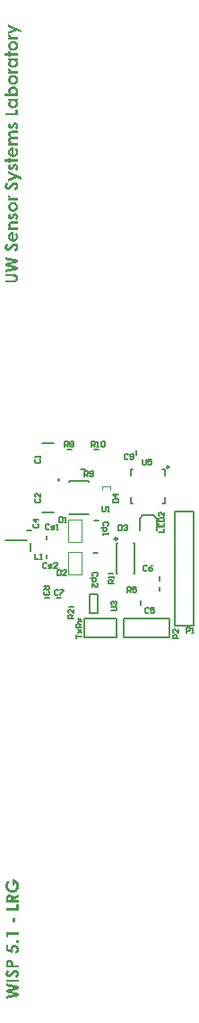
<source format=gto>
G04*
G04 #@! TF.GenerationSoftware,Altium Limited,Altium Designer,21.1.0 (24)*
G04*
G04 Layer_Color=65535*
%FSAX25Y25*%
%MOIN*%
G70*
G04*
G04 #@! TF.SameCoordinates,64B46316-5E79-497B-94DE-3B570569772B*
G04*
G04*
G04 #@! TF.FilePolarity,Positive*
G04*
G01*
G75*
%ADD10C,0.01000*%
%ADD11C,0.00787*%
%ADD12C,0.00984*%
%ADD13C,0.00394*%
%ADD14C,0.00800*%
%ADD15C,0.00500*%
G36*
X0001980Y0189095D02*
Y0188185D01*
X0000434Y0188903D01*
X-0002800Y0187571D01*
Y0188474D01*
X-0000617Y0189376D01*
X-0002800Y0190375D01*
Y0191286D01*
X0001980Y0189095D01*
D02*
G37*
G36*
X-0002038Y0187253D02*
X-0002045Y0187245D01*
X-0002053Y0187230D01*
X-0002068Y0187201D01*
X-0002082Y0187164D01*
X-0002105Y0187082D01*
X-0002119Y0187045D01*
Y0186971D01*
X-0002105Y0186927D01*
X-0002090Y0186883D01*
X-0002060Y0186831D01*
X-0002016Y0186772D01*
X-0001949Y0186712D01*
X-0001868Y0186661D01*
X-0001853Y0186653D01*
X-0001816Y0186638D01*
X-0001786Y0186631D01*
X-0001749Y0186616D01*
X-0001705Y0186609D01*
X-0001653Y0186594D01*
X-0001587Y0186579D01*
X-0001520Y0186572D01*
X-0001439Y0186557D01*
X-0001350Y0186550D01*
X-0001246Y0186542D01*
X-0001135Y0186535D01*
X-0001017Y0186527D01*
X-0000884D01*
X-0000713Y0186535D01*
X0000700D01*
Y0185654D01*
X-0002800D01*
Y0186424D01*
X-0002356D01*
X-0002371Y0186431D01*
X-0002401Y0186446D01*
X-0002445Y0186468D01*
X-0002504Y0186505D01*
X-0002563Y0186550D01*
X-0002630Y0186609D01*
X-0002697Y0186668D01*
X-0002748Y0186735D01*
X-0002756Y0186742D01*
X-0002771Y0186772D01*
X-0002793Y0186809D01*
X-0002822Y0186868D01*
X-0002845Y0186927D01*
X-0002867Y0187001D01*
X-0002882Y0187082D01*
X-0002889Y0187171D01*
Y0187201D01*
X-0002882Y0187238D01*
X-0002874Y0187282D01*
X-0002867Y0187334D01*
X-0002852Y0187393D01*
X-0002822Y0187460D01*
X-0002793Y0187526D01*
X-0002038Y0187253D01*
D02*
G37*
G36*
X-0000921Y0185136D02*
X-0000869Y0185129D01*
X-0000750Y0185114D01*
X-0000610Y0185084D01*
X-0000447Y0185040D01*
X-0000284Y0184973D01*
X-0000121Y0184892D01*
X-0000114D01*
X-0000099Y0184885D01*
X-0000077Y0184870D01*
X-0000047Y0184848D01*
X0000027Y0184796D01*
X0000123Y0184714D01*
X0000234Y0184618D01*
X0000345Y0184507D01*
X0000456Y0184374D01*
X0000552Y0184219D01*
Y0184211D01*
X0000559Y0184196D01*
X0000574Y0184174D01*
X0000589Y0184145D01*
X0000604Y0184108D01*
X0000626Y0184056D01*
X0000670Y0183945D01*
X0000715Y0183804D01*
X0000752Y0183649D01*
X0000781Y0183471D01*
X0000789Y0183286D01*
Y0183257D01*
X0000781Y0183212D01*
Y0183160D01*
X0000774Y0183094D01*
X0000759Y0183020D01*
X0000744Y0182938D01*
X0000722Y0182842D01*
X0000693Y0182746D01*
X0000656Y0182642D01*
X0000619Y0182531D01*
X0000567Y0182428D01*
X0000500Y0182317D01*
X0000434Y0182206D01*
X0000352Y0182102D01*
X0000256Y0181999D01*
X0000249Y0181991D01*
X0000234Y0181976D01*
X0000204Y0181947D01*
X0000160Y0181917D01*
X0000108Y0181880D01*
X0000049Y0181836D01*
X-0000025Y0181784D01*
X-0000107Y0181740D01*
X-0000195Y0181688D01*
X-0000299Y0181636D01*
X-0000403Y0181592D01*
X-0000521Y0181555D01*
X-0000639Y0181525D01*
X-0000773Y0181495D01*
X-0000906Y0181481D01*
X-0001046Y0181473D01*
X-0001054D01*
X-0001083D01*
X-0001128Y0181481D01*
X-0001180D01*
X-0001254Y0181495D01*
X-0001335Y0181503D01*
X-0001424Y0181525D01*
X-0001520Y0181547D01*
X-0001624Y0181577D01*
X-0001735Y0181621D01*
X-0001853Y0181666D01*
X-0001964Y0181725D01*
X-0002082Y0181791D01*
X-0002193Y0181873D01*
X-0002304Y0181969D01*
X-0002408Y0182073D01*
X-0002415Y0182080D01*
X-0002430Y0182095D01*
X-0002452Y0182124D01*
X-0002482Y0182169D01*
X-0002519Y0182213D01*
X-0002563Y0182272D01*
X-0002600Y0182346D01*
X-0002652Y0182420D01*
X-0002697Y0182509D01*
X-0002734Y0182598D01*
X-0002815Y0182805D01*
X-0002845Y0182916D01*
X-0002867Y0183035D01*
X-0002882Y0183160D01*
X-0002889Y0183286D01*
Y0183368D01*
X-0002882Y0183412D01*
X-0002874Y0183464D01*
X-0002859Y0183590D01*
X-0002830Y0183730D01*
X-0002785Y0183886D01*
X-0002719Y0184048D01*
X-0002637Y0184211D01*
Y0184219D01*
X-0002630Y0184233D01*
X-0002615Y0184256D01*
X-0002593Y0184285D01*
X-0002541Y0184359D01*
X-0002460Y0184463D01*
X-0002364Y0184566D01*
X-0002253Y0184685D01*
X-0002119Y0184796D01*
X-0001964Y0184892D01*
X-0001957D01*
X-0001942Y0184899D01*
X-0001920Y0184914D01*
X-0001890Y0184929D01*
X-0001853Y0184951D01*
X-0001801Y0184973D01*
X-0001690Y0185018D01*
X-0001557Y0185062D01*
X-0001402Y0185107D01*
X-0001231Y0185136D01*
X-0001046Y0185144D01*
X-0001039D01*
X-0001024D01*
X-0001002D01*
X-0000965D01*
X-0000921Y0185136D01*
D02*
G37*
G36*
X-0002045Y0180652D02*
X0000700D01*
Y0179771D01*
X-0002045D01*
Y0179320D01*
X-0002800D01*
Y0179771D01*
X-0004095D01*
Y0180652D01*
X-0002800D01*
Y0181170D01*
X-0002045D01*
Y0180652D01*
D02*
G37*
G36*
X0000700Y0177899D02*
X0000330D01*
X0000337Y0177884D01*
X0000367Y0177855D01*
X0000411Y0177803D01*
X0000463Y0177736D01*
X0000522Y0177662D01*
X0000582Y0177573D01*
X0000641Y0177477D01*
X0000685Y0177381D01*
X0000693Y0177366D01*
X0000700Y0177337D01*
X0000715Y0177285D01*
X0000737Y0177211D01*
X0000759Y0177129D01*
X0000774Y0177033D01*
X0000781Y0176930D01*
X0000789Y0176819D01*
Y0176752D01*
X0000781Y0176708D01*
X0000774Y0176648D01*
X0000759Y0176574D01*
X0000744Y0176500D01*
X0000722Y0176419D01*
X0000693Y0176330D01*
X0000663Y0176234D01*
X0000619Y0176138D01*
X0000567Y0176034D01*
X0000508Y0175938D01*
X0000434Y0175834D01*
X0000352Y0175738D01*
X0000263Y0175642D01*
X0000256Y0175635D01*
X0000241Y0175620D01*
X0000212Y0175598D01*
X0000167Y0175568D01*
X0000115Y0175524D01*
X0000056Y0175487D01*
X-0000018Y0175442D01*
X-0000099Y0175398D01*
X-0000188Y0175346D01*
X-0000284Y0175302D01*
X-0000395Y0175265D01*
X-0000506Y0175228D01*
X-0000632Y0175191D01*
X-0000758Y0175168D01*
X-0000898Y0175154D01*
X-0001039Y0175146D01*
X-0001046D01*
X-0001076D01*
X-0001120D01*
X-0001172Y0175154D01*
X-0001246Y0175161D01*
X-0001328Y0175168D01*
X-0001416Y0175183D01*
X-0001513Y0175205D01*
X-0001720Y0175265D01*
X-0001831Y0175302D01*
X-0001942Y0175346D01*
X-0002053Y0175398D01*
X-0002164Y0175464D01*
X-0002267Y0175538D01*
X-0002371Y0175620D01*
X-0002378Y0175627D01*
X-0002393Y0175642D01*
X-0002415Y0175672D01*
X-0002452Y0175709D01*
X-0002489Y0175753D01*
X-0002534Y0175812D01*
X-0002586Y0175871D01*
X-0002630Y0175945D01*
X-0002682Y0176027D01*
X-0002726Y0176116D01*
X-0002808Y0176315D01*
X-0002845Y0176426D01*
X-0002867Y0176545D01*
X-0002882Y0176663D01*
X-0002889Y0176789D01*
Y0176841D01*
X-0002882Y0176907D01*
X-0002874Y0176981D01*
X-0002859Y0177070D01*
X-0002837Y0177174D01*
X-0002808Y0177277D01*
X-0002771Y0177381D01*
X-0002763Y0177396D01*
X-0002748Y0177425D01*
X-0002719Y0177485D01*
X-0002682Y0177551D01*
X-0002630Y0177633D01*
X-0002571Y0177721D01*
X-0002497Y0177810D01*
X-0002415Y0177899D01*
X-0002800D01*
Y0178780D01*
X0000700D01*
Y0177899D01*
D02*
G37*
G36*
X-0002038Y0174599D02*
X-0002045Y0174591D01*
X-0002053Y0174576D01*
X-0002068Y0174547D01*
X-0002082Y0174510D01*
X-0002105Y0174428D01*
X-0002119Y0174391D01*
Y0174317D01*
X-0002105Y0174273D01*
X-0002090Y0174229D01*
X-0002060Y0174177D01*
X-0002016Y0174118D01*
X-0001949Y0174058D01*
X-0001868Y0174007D01*
X-0001853Y0173999D01*
X-0001816Y0173984D01*
X-0001786Y0173977D01*
X-0001749Y0173962D01*
X-0001705Y0173955D01*
X-0001653Y0173940D01*
X-0001587Y0173925D01*
X-0001520Y0173918D01*
X-0001439Y0173903D01*
X-0001350Y0173896D01*
X-0001246Y0173888D01*
X-0001135Y0173881D01*
X-0001017Y0173873D01*
X-0000884D01*
X-0000713Y0173881D01*
X0000700D01*
Y0173000D01*
X-0002800D01*
Y0173770D01*
X-0002356D01*
X-0002371Y0173777D01*
X-0002401Y0173792D01*
X-0002445Y0173814D01*
X-0002504Y0173851D01*
X-0002563Y0173896D01*
X-0002630Y0173955D01*
X-0002697Y0174014D01*
X-0002748Y0174081D01*
X-0002756Y0174088D01*
X-0002771Y0174118D01*
X-0002793Y0174155D01*
X-0002822Y0174214D01*
X-0002845Y0174273D01*
X-0002867Y0174347D01*
X-0002882Y0174428D01*
X-0002889Y0174517D01*
Y0174547D01*
X-0002882Y0174584D01*
X-0002874Y0174628D01*
X-0002867Y0174680D01*
X-0002852Y0174739D01*
X-0002822Y0174806D01*
X-0002793Y0174872D01*
X-0002038Y0174599D01*
D02*
G37*
G36*
X-0000921Y0172482D02*
X-0000869Y0172475D01*
X-0000750Y0172460D01*
X-0000610Y0172430D01*
X-0000447Y0172386D01*
X-0000284Y0172319D01*
X-0000121Y0172238D01*
X-0000114D01*
X-0000099Y0172231D01*
X-0000077Y0172216D01*
X-0000047Y0172194D01*
X0000027Y0172142D01*
X0000123Y0172060D01*
X0000234Y0171964D01*
X0000345Y0171853D01*
X0000456Y0171720D01*
X0000552Y0171565D01*
Y0171557D01*
X0000559Y0171542D01*
X0000574Y0171520D01*
X0000589Y0171491D01*
X0000604Y0171454D01*
X0000626Y0171402D01*
X0000670Y0171291D01*
X0000715Y0171150D01*
X0000752Y0170995D01*
X0000781Y0170817D01*
X0000789Y0170632D01*
Y0170603D01*
X0000781Y0170558D01*
Y0170506D01*
X0000774Y0170440D01*
X0000759Y0170366D01*
X0000744Y0170284D01*
X0000722Y0170188D01*
X0000693Y0170092D01*
X0000656Y0169988D01*
X0000619Y0169877D01*
X0000567Y0169774D01*
X0000500Y0169663D01*
X0000434Y0169552D01*
X0000352Y0169448D01*
X0000256Y0169345D01*
X0000249Y0169337D01*
X0000234Y0169322D01*
X0000204Y0169293D01*
X0000160Y0169263D01*
X0000108Y0169226D01*
X0000049Y0169182D01*
X-0000025Y0169130D01*
X-0000107Y0169086D01*
X-0000195Y0169034D01*
X-0000299Y0168982D01*
X-0000403Y0168938D01*
X-0000521Y0168901D01*
X-0000639Y0168871D01*
X-0000773Y0168841D01*
X-0000906Y0168827D01*
X-0001046Y0168819D01*
X-0001054D01*
X-0001083D01*
X-0001128Y0168827D01*
X-0001180D01*
X-0001254Y0168841D01*
X-0001335Y0168849D01*
X-0001424Y0168871D01*
X-0001520Y0168893D01*
X-0001624Y0168923D01*
X-0001735Y0168967D01*
X-0001853Y0169012D01*
X-0001964Y0169071D01*
X-0002082Y0169137D01*
X-0002193Y0169219D01*
X-0002304Y0169315D01*
X-0002408Y0169419D01*
X-0002415Y0169426D01*
X-0002430Y0169441D01*
X-0002452Y0169470D01*
X-0002482Y0169515D01*
X-0002519Y0169559D01*
X-0002563Y0169618D01*
X-0002600Y0169692D01*
X-0002652Y0169766D01*
X-0002697Y0169855D01*
X-0002734Y0169944D01*
X-0002815Y0170151D01*
X-0002845Y0170262D01*
X-0002867Y0170381D01*
X-0002882Y0170506D01*
X-0002889Y0170632D01*
Y0170714D01*
X-0002882Y0170758D01*
X-0002874Y0170810D01*
X-0002859Y0170936D01*
X-0002830Y0171076D01*
X-0002785Y0171232D01*
X-0002719Y0171394D01*
X-0002637Y0171557D01*
Y0171565D01*
X-0002630Y0171579D01*
X-0002615Y0171602D01*
X-0002593Y0171631D01*
X-0002541Y0171705D01*
X-0002460Y0171809D01*
X-0002364Y0171912D01*
X-0002253Y0172031D01*
X-0002119Y0172142D01*
X-0001964Y0172238D01*
X-0001957D01*
X-0001942Y0172245D01*
X-0001920Y0172260D01*
X-0001890Y0172275D01*
X-0001853Y0172297D01*
X-0001801Y0172319D01*
X-0001690Y0172364D01*
X-0001557Y0172408D01*
X-0001402Y0172453D01*
X-0001231Y0172482D01*
X-0001046Y0172490D01*
X-0001039D01*
X-0001024D01*
X-0001002D01*
X-0000965D01*
X-0000921Y0172482D01*
D02*
G37*
G36*
X-0000913Y0168264D02*
X-0000847Y0168257D01*
X-0000765Y0168242D01*
X-0000676Y0168227D01*
X-0000588Y0168212D01*
X-0000380Y0168153D01*
X-0000269Y0168109D01*
X-0000158Y0168064D01*
X-0000055Y0168005D01*
X0000056Y0167939D01*
X0000160Y0167865D01*
X0000263Y0167776D01*
X0000271Y0167768D01*
X0000286Y0167754D01*
X0000315Y0167724D01*
X0000345Y0167687D01*
X0000382Y0167643D01*
X0000426Y0167583D01*
X0000478Y0167517D01*
X0000522Y0167443D01*
X0000574Y0167361D01*
X0000626Y0167273D01*
X0000707Y0167073D01*
X0000737Y0166962D01*
X0000767Y0166843D01*
X0000781Y0166725D01*
X0000789Y0166599D01*
Y0166547D01*
X0000781Y0166488D01*
X0000774Y0166414D01*
X0000767Y0166325D01*
X0000744Y0166229D01*
X0000722Y0166133D01*
X0000685Y0166029D01*
X0000678Y0166015D01*
X0000663Y0165985D01*
X0000633Y0165933D01*
X0000596Y0165867D01*
X0000552Y0165793D01*
X0000485Y0165704D01*
X0000419Y0165615D01*
X0000330Y0165519D01*
X0000700D01*
Y0164638D01*
X-0004154D01*
Y0165519D01*
X-0002408D01*
X-0002415Y0165526D01*
X-0002445Y0165563D01*
X-0002489Y0165608D01*
X-0002549Y0165674D01*
X-0002600Y0165748D01*
X-0002667Y0165837D01*
X-0002719Y0165926D01*
X-0002771Y0166029D01*
X-0002778Y0166044D01*
X-0002793Y0166081D01*
X-0002808Y0166133D01*
X-0002830Y0166207D01*
X-0002852Y0166296D01*
X-0002874Y0166399D01*
X-0002882Y0166510D01*
X-0002889Y0166621D01*
Y0166688D01*
X-0002882Y0166740D01*
X-0002874Y0166799D01*
X-0002859Y0166866D01*
X-0002845Y0166940D01*
X-0002822Y0167028D01*
X-0002800Y0167117D01*
X-0002763Y0167206D01*
X-0002719Y0167310D01*
X-0002674Y0167406D01*
X-0002608Y0167502D01*
X-0002541Y0167606D01*
X-0002460Y0167702D01*
X-0002371Y0167791D01*
X-0002364Y0167798D01*
X-0002349Y0167813D01*
X-0002319Y0167835D01*
X-0002275Y0167865D01*
X-0002223Y0167902D01*
X-0002164Y0167946D01*
X-0002090Y0167983D01*
X-0002008Y0168035D01*
X-0001920Y0168079D01*
X-0001816Y0168116D01*
X-0001712Y0168161D01*
X-0001594Y0168198D01*
X-0001461Y0168227D01*
X-0001328Y0168249D01*
X-0001187Y0168264D01*
X-0001039Y0168272D01*
X-0001032D01*
X-0001002D01*
X-0000965D01*
X-0000913Y0168264D01*
D02*
G37*
G36*
X0000700Y0162870D02*
X0000330D01*
X0000337Y0162855D01*
X0000367Y0162825D01*
X0000411Y0162773D01*
X0000463Y0162707D01*
X0000522Y0162633D01*
X0000582Y0162544D01*
X0000641Y0162448D01*
X0000685Y0162352D01*
X0000693Y0162337D01*
X0000700Y0162307D01*
X0000715Y0162255D01*
X0000737Y0162181D01*
X0000759Y0162100D01*
X0000774Y0162004D01*
X0000781Y0161900D01*
X0000789Y0161789D01*
Y0161723D01*
X0000781Y0161678D01*
X0000774Y0161619D01*
X0000759Y0161545D01*
X0000744Y0161471D01*
X0000722Y0161390D01*
X0000693Y0161301D01*
X0000663Y0161205D01*
X0000619Y0161108D01*
X0000567Y0161005D01*
X0000508Y0160909D01*
X0000434Y0160805D01*
X0000352Y0160709D01*
X0000263Y0160613D01*
X0000256Y0160605D01*
X0000241Y0160590D01*
X0000212Y0160568D01*
X0000167Y0160539D01*
X0000115Y0160494D01*
X0000056Y0160457D01*
X-0000018Y0160413D01*
X-0000099Y0160368D01*
X-0000188Y0160317D01*
X-0000284Y0160272D01*
X-0000395Y0160235D01*
X-0000506Y0160198D01*
X-0000632Y0160161D01*
X-0000758Y0160139D01*
X-0000898Y0160124D01*
X-0001039Y0160117D01*
X-0001046D01*
X-0001076D01*
X-0001120D01*
X-0001172Y0160124D01*
X-0001246Y0160132D01*
X-0001328Y0160139D01*
X-0001416Y0160154D01*
X-0001513Y0160176D01*
X-0001720Y0160235D01*
X-0001831Y0160272D01*
X-0001942Y0160317D01*
X-0002053Y0160368D01*
X-0002164Y0160435D01*
X-0002267Y0160509D01*
X-0002371Y0160590D01*
X-0002378Y0160598D01*
X-0002393Y0160613D01*
X-0002415Y0160642D01*
X-0002452Y0160679D01*
X-0002489Y0160724D01*
X-0002534Y0160783D01*
X-0002586Y0160842D01*
X-0002630Y0160916D01*
X-0002682Y0160997D01*
X-0002726Y0161086D01*
X-0002808Y0161286D01*
X-0002845Y0161397D01*
X-0002867Y0161515D01*
X-0002882Y0161634D01*
X-0002889Y0161760D01*
Y0161811D01*
X-0002882Y0161878D01*
X-0002874Y0161952D01*
X-0002859Y0162041D01*
X-0002837Y0162144D01*
X-0002808Y0162248D01*
X-0002771Y0162352D01*
X-0002763Y0162366D01*
X-0002748Y0162396D01*
X-0002719Y0162455D01*
X-0002682Y0162522D01*
X-0002630Y0162603D01*
X-0002571Y0162692D01*
X-0002497Y0162781D01*
X-0002415Y0162870D01*
X-0002800D01*
Y0163750D01*
X0000700D01*
Y0162870D01*
D02*
G37*
G36*
Y0157475D02*
X-0004036D01*
Y0158370D01*
X-0000158D01*
Y0159695D01*
X0000700D01*
Y0157475D01*
D02*
G37*
G36*
X-0000218Y0154841D02*
X-0000129Y0154833D01*
X-0000018Y0154804D01*
X0000101Y0154767D01*
X0000234Y0154700D01*
X0000360Y0154619D01*
X0000426Y0154559D01*
X0000485Y0154500D01*
Y0154493D01*
X0000500Y0154485D01*
X0000515Y0154463D01*
X0000530Y0154441D01*
X0000582Y0154360D01*
X0000633Y0154256D01*
X0000693Y0154130D01*
X0000744Y0153967D01*
X0000774Y0153790D01*
X0000789Y0153583D01*
Y0153546D01*
X0000781Y0153509D01*
Y0153457D01*
X0000774Y0153390D01*
X0000759Y0153316D01*
X0000737Y0153235D01*
X0000715Y0153146D01*
X0000685Y0153050D01*
X0000641Y0152954D01*
X0000596Y0152850D01*
X0000537Y0152746D01*
X0000471Y0152650D01*
X0000389Y0152554D01*
X0000300Y0152458D01*
X0000197Y0152369D01*
X-0000395Y0152902D01*
X-0000388Y0152909D01*
X-0000366Y0152931D01*
X-0000329Y0152961D01*
X-0000292Y0153005D01*
X-0000240Y0153057D01*
X-0000195Y0153124D01*
X-0000099Y0153264D01*
X-0000092Y0153272D01*
X-0000084Y0153301D01*
X-0000070Y0153338D01*
X-0000047Y0153390D01*
X-0000025Y0153449D01*
X-0000010Y0153509D01*
X-0000003Y0153575D01*
X0000004Y0153634D01*
Y0153664D01*
X-0000003Y0153694D01*
Y0153731D01*
X-0000033Y0153819D01*
X-0000047Y0153864D01*
X-0000077Y0153908D01*
X-0000084Y0153916D01*
X-0000092Y0153923D01*
X-0000129Y0153967D01*
X-0000195Y0154004D01*
X-0000232Y0154012D01*
X-0000269Y0154019D01*
X-0000277D01*
X-0000306Y0154012D01*
X-0000343Y0153997D01*
X-0000395Y0153975D01*
X-0000454Y0153923D01*
X-0000521Y0153856D01*
X-0000551Y0153812D01*
X-0000588Y0153760D01*
X-0000625Y0153701D01*
X-0000662Y0153634D01*
X-0000810Y0153338D01*
X-0000817Y0153331D01*
X-0000832Y0153301D01*
X-0000854Y0153264D01*
X-0000884Y0153205D01*
X-0000928Y0153146D01*
X-0000980Y0153072D01*
X-0001039Y0152998D01*
X-0001106Y0152917D01*
X-0001180Y0152835D01*
X-0001261Y0152761D01*
X-0001350Y0152687D01*
X-0001446Y0152628D01*
X-0001542Y0152576D01*
X-0001653Y0152532D01*
X-0001764Y0152502D01*
X-0001883Y0152495D01*
X-0001890D01*
X-0001905D01*
X-0001920D01*
X-0001949Y0152502D01*
X-0002031Y0152510D01*
X-0002127Y0152532D01*
X-0002238Y0152576D01*
X-0002356Y0152628D01*
X-0002475Y0152709D01*
X-0002534Y0152754D01*
X-0002593Y0152813D01*
Y0152820D01*
X-0002608Y0152828D01*
X-0002637Y0152872D01*
X-0002689Y0152939D01*
X-0002741Y0153035D01*
X-0002793Y0153153D01*
X-0002845Y0153294D01*
X-0002874Y0153449D01*
X-0002889Y0153627D01*
Y0153686D01*
X-0002882Y0153753D01*
X-0002867Y0153834D01*
X-0002852Y0153930D01*
X-0002822Y0154041D01*
X-0002785Y0154152D01*
X-0002734Y0154263D01*
X-0002726Y0154278D01*
X-0002704Y0154315D01*
X-0002674Y0154374D01*
X-0002623Y0154441D01*
X-0002563Y0154522D01*
X-0002489Y0154611D01*
X-0002401Y0154700D01*
X-0002304Y0154781D01*
X-0001757Y0154234D01*
X-0001764D01*
X-0001772Y0154219D01*
X-0001809Y0154175D01*
X-0001860Y0154115D01*
X-0001920Y0154034D01*
X-0001979Y0153938D01*
X-0002031Y0153842D01*
X-0002068Y0153738D01*
X-0002082Y0153686D01*
Y0153583D01*
X-0002075Y0153553D01*
X-0002053Y0153479D01*
X-0002016Y0153405D01*
X-0002008Y0153390D01*
X-0001971Y0153368D01*
X-0001927Y0153338D01*
X-0001897Y0153331D01*
X-0001860Y0153324D01*
X-0001853D01*
X-0001823Y0153331D01*
X-0001779Y0153346D01*
X-0001735Y0153375D01*
X-0001727Y0153390D01*
X-0001712Y0153405D01*
X-0001690Y0153427D01*
X-0001668Y0153464D01*
X-0001638Y0153509D01*
X-0001609Y0153560D01*
X-0001572Y0153634D01*
X-0001409Y0153960D01*
Y0153967D01*
X-0001402Y0153982D01*
X-0001387Y0154004D01*
X-0001365Y0154041D01*
X-0001313Y0154130D01*
X-0001254Y0154234D01*
X-0001172Y0154352D01*
X-0001091Y0154463D01*
X-0000995Y0154574D01*
X-0000898Y0154656D01*
X-0000884Y0154663D01*
X-0000854Y0154685D01*
X-0000795Y0154715D01*
X-0000728Y0154752D01*
X-0000639Y0154789D01*
X-0000536Y0154818D01*
X-0000417Y0154841D01*
X-0000292Y0154848D01*
X-0000284D01*
X-0000269D01*
X-0000247D01*
X-0000218Y0154841D01*
D02*
G37*
G36*
X0000700Y0150926D02*
X-0001069D01*
X-0001076D01*
X-0001098D01*
X-0001128D01*
X-0001165D01*
X-0001209Y0150919D01*
X-0001268D01*
X-0001394Y0150904D01*
X-0001527Y0150889D01*
X-0001653Y0150859D01*
X-0001772Y0150822D01*
X-0001823Y0150800D01*
X-0001868Y0150771D01*
X-0001875Y0150763D01*
X-0001905Y0150741D01*
X-0001934Y0150711D01*
X-0001979Y0150660D01*
X-0002016Y0150600D01*
X-0002053Y0150519D01*
X-0002075Y0150430D01*
X-0002082Y0150327D01*
Y0150290D01*
X-0002075Y0150245D01*
X-0002068Y0150186D01*
X-0002053Y0150127D01*
X-0002023Y0150053D01*
X-0001994Y0149986D01*
X-0001949Y0149912D01*
X-0001942Y0149905D01*
X-0001927Y0149883D01*
X-0001897Y0149853D01*
X-0001860Y0149816D01*
X-0001809Y0149772D01*
X-0001749Y0149727D01*
X-0001675Y0149683D01*
X-0001594Y0149646D01*
X-0001587D01*
X-0001550Y0149631D01*
X-0001498Y0149624D01*
X-0001424Y0149609D01*
X-0001320Y0149594D01*
X-0001194Y0149579D01*
X-0001046Y0149572D01*
X-0000869Y0149564D01*
X0000700D01*
Y0148684D01*
X-0000987D01*
X-0000995D01*
X-0001009D01*
X-0001032D01*
X-0001061D01*
X-0001143D01*
X-0001246Y0148676D01*
X-0001357Y0148669D01*
X-0001468Y0148654D01*
X-0001572Y0148632D01*
X-0001661Y0148610D01*
X-0001668D01*
X-0001698Y0148595D01*
X-0001735Y0148580D01*
X-0001779Y0148558D01*
X-0001883Y0148491D01*
X-0001934Y0148454D01*
X-0001979Y0148403D01*
X-0001986Y0148395D01*
X-0001994Y0148380D01*
X-0002008Y0148351D01*
X-0002031Y0148306D01*
X-0002053Y0148262D01*
X-0002068Y0148203D01*
X-0002075Y0148136D01*
X-0002082Y0148070D01*
Y0148033D01*
X-0002075Y0147988D01*
X-0002068Y0147936D01*
X-0002053Y0147877D01*
X-0002023Y0147811D01*
X-0001994Y0147737D01*
X-0001949Y0147670D01*
X-0001942Y0147663D01*
X-0001927Y0147640D01*
X-0001897Y0147611D01*
X-0001853Y0147574D01*
X-0001801Y0147529D01*
X-0001735Y0147485D01*
X-0001661Y0147441D01*
X-0001579Y0147404D01*
X-0001572D01*
X-0001535Y0147389D01*
X-0001483Y0147374D01*
X-0001402Y0147359D01*
X-0001298Y0147344D01*
X-0001172Y0147330D01*
X-0001024Y0147322D01*
X-0000847Y0147315D01*
X0000700D01*
Y0146434D01*
X-0002800D01*
Y0147315D01*
X-0002386D01*
X-0002401Y0147322D01*
X-0002430Y0147352D01*
X-0002475Y0147396D01*
X-0002526Y0147463D01*
X-0002586Y0147537D01*
X-0002652Y0147618D01*
X-0002711Y0147714D01*
X-0002763Y0147811D01*
X-0002771Y0147825D01*
X-0002785Y0147862D01*
X-0002800Y0147914D01*
X-0002830Y0147996D01*
X-0002852Y0148084D01*
X-0002867Y0148188D01*
X-0002882Y0148299D01*
X-0002889Y0148417D01*
Y0148469D01*
X-0002882Y0148536D01*
X-0002867Y0148610D01*
X-0002852Y0148706D01*
X-0002822Y0148802D01*
X-0002778Y0148906D01*
X-0002726Y0149002D01*
X-0002719Y0149017D01*
X-0002697Y0149046D01*
X-0002660Y0149098D01*
X-0002608Y0149157D01*
X-0002534Y0149224D01*
X-0002452Y0149298D01*
X-0002356Y0149365D01*
X-0002245Y0149431D01*
X-0002253D01*
X-0002260Y0149439D01*
X-0002297Y0149468D01*
X-0002356Y0149513D01*
X-0002423Y0149579D01*
X-0002504Y0149653D01*
X-0002586Y0149742D01*
X-0002660Y0149838D01*
X-0002726Y0149949D01*
X-0002734Y0149964D01*
X-0002748Y0150001D01*
X-0002778Y0150068D01*
X-0002808Y0150149D01*
X-0002837Y0150245D01*
X-0002867Y0150356D01*
X-0002882Y0150482D01*
X-0002889Y0150615D01*
Y0150674D01*
X-0002882Y0150748D01*
X-0002867Y0150837D01*
X-0002845Y0150933D01*
X-0002815Y0151044D01*
X-0002771Y0151155D01*
X-0002711Y0151266D01*
X-0002704Y0151281D01*
X-0002682Y0151311D01*
X-0002645Y0151363D01*
X-0002593Y0151429D01*
X-0002526Y0151496D01*
X-0002452Y0151562D01*
X-0002364Y0151629D01*
X-0002260Y0151681D01*
X-0002245Y0151688D01*
X-0002208Y0151703D01*
X-0002142Y0151718D01*
X-0002038Y0151747D01*
X-0001979Y0151755D01*
X-0001912Y0151770D01*
X-0001838Y0151777D01*
X-0001757Y0151784D01*
X-0001668Y0151792D01*
X-0001572Y0151799D01*
X-0001461Y0151807D01*
X-0001350D01*
X0000700D01*
Y0150926D01*
D02*
G37*
G36*
X-0000802Y0145724D02*
Y0142912D01*
X-0000795D01*
X-0000787D01*
X-0000743Y0142927D01*
X-0000669Y0142941D01*
X-0000588Y0142971D01*
X-0000491Y0143015D01*
X-0000388Y0143075D01*
X-0000292Y0143141D01*
X-0000203Y0143230D01*
X-0000195Y0143245D01*
X-0000166Y0143282D01*
X-0000136Y0143334D01*
X-0000092Y0143415D01*
X-0000055Y0143511D01*
X-0000018Y0143630D01*
X0000012Y0143755D01*
X0000019Y0143903D01*
Y0143955D01*
X0000012Y0143985D01*
Y0144029D01*
X0000004Y0144081D01*
X-0000025Y0144192D01*
X-0000062Y0144325D01*
X-0000121Y0144466D01*
X-0000210Y0144614D01*
X-0000262Y0144680D01*
X-0000321Y0144747D01*
X0000027Y0145487D01*
X0000034D01*
X0000041Y0145472D01*
X0000064Y0145457D01*
X0000093Y0145435D01*
X0000160Y0145376D01*
X0000249Y0145302D01*
X0000337Y0145198D01*
X0000434Y0145087D01*
X0000522Y0144962D01*
X0000604Y0144821D01*
Y0144814D01*
X0000611Y0144806D01*
X0000619Y0144784D01*
X0000633Y0144754D01*
X0000648Y0144717D01*
X0000663Y0144673D01*
X0000693Y0144562D01*
X0000730Y0144429D01*
X0000759Y0144273D01*
X0000781Y0144103D01*
X0000789Y0143911D01*
Y0143829D01*
X0000781Y0143778D01*
X0000774Y0143704D01*
X0000759Y0143622D01*
X0000744Y0143533D01*
X0000722Y0143437D01*
X0000700Y0143334D01*
X0000663Y0143223D01*
X0000619Y0143112D01*
X0000567Y0143001D01*
X0000508Y0142890D01*
X0000441Y0142779D01*
X0000360Y0142675D01*
X0000271Y0142571D01*
X0000263Y0142564D01*
X0000249Y0142549D01*
X0000219Y0142527D01*
X0000175Y0142490D01*
X0000130Y0142453D01*
X0000064Y0142409D01*
X-0000003Y0142364D01*
X-0000084Y0142320D01*
X-0000173Y0142268D01*
X-0000277Y0142224D01*
X-0000380Y0142179D01*
X-0000491Y0142142D01*
X-0000617Y0142105D01*
X-0000743Y0142083D01*
X-0000884Y0142068D01*
X-0001024Y0142061D01*
X-0001032D01*
X-0001061D01*
X-0001106D01*
X-0001157Y0142068D01*
X-0001224Y0142076D01*
X-0001305Y0142090D01*
X-0001394Y0142105D01*
X-0001490Y0142127D01*
X-0001594Y0142150D01*
X-0001705Y0142187D01*
X-0001816Y0142224D01*
X-0001927Y0142275D01*
X-0002038Y0142335D01*
X-0002149Y0142401D01*
X-0002253Y0142483D01*
X-0002356Y0142571D01*
X-0002364Y0142579D01*
X-0002378Y0142594D01*
X-0002408Y0142623D01*
X-0002438Y0142668D01*
X-0002482Y0142712D01*
X-0002526Y0142779D01*
X-0002571Y0142845D01*
X-0002623Y0142927D01*
X-0002674Y0143015D01*
X-0002719Y0143119D01*
X-0002763Y0143223D01*
X-0002808Y0143334D01*
X-0002837Y0143459D01*
X-0002867Y0143585D01*
X-0002882Y0143726D01*
X-0002889Y0143866D01*
Y0143948D01*
X-0002882Y0144007D01*
X-0002874Y0144074D01*
X-0002859Y0144155D01*
X-0002845Y0144244D01*
X-0002822Y0144347D01*
X-0002793Y0144451D01*
X-0002756Y0144562D01*
X-0002719Y0144673D01*
X-0002667Y0144784D01*
X-0002600Y0144895D01*
X-0002534Y0145006D01*
X-0002452Y0145110D01*
X-0002356Y0145213D01*
X-0002349Y0145221D01*
X-0002334Y0145235D01*
X-0002304Y0145258D01*
X-0002260Y0145295D01*
X-0002208Y0145332D01*
X-0002142Y0145376D01*
X-0002068Y0145428D01*
X-0001986Y0145472D01*
X-0001890Y0145524D01*
X-0001786Y0145568D01*
X-0001668Y0145613D01*
X-0001550Y0145650D01*
X-0001416Y0145687D01*
X-0001276Y0145709D01*
X-0001120Y0145724D01*
X-0000965Y0145731D01*
X-0000802Y0145724D01*
D02*
G37*
G36*
X-0002045Y0141239D02*
X0000700D01*
Y0140359D01*
X-0002045D01*
Y0139907D01*
X-0002800D01*
Y0140359D01*
X-0004095D01*
Y0141239D01*
X-0002800D01*
Y0141757D01*
X-0002045D01*
Y0141239D01*
D02*
G37*
G36*
X-0000218Y0139552D02*
X-0000129Y0139545D01*
X-0000018Y0139515D01*
X0000101Y0139478D01*
X0000234Y0139412D01*
X0000360Y0139330D01*
X0000426Y0139271D01*
X0000485Y0139212D01*
Y0139204D01*
X0000500Y0139197D01*
X0000515Y0139175D01*
X0000530Y0139153D01*
X0000582Y0139071D01*
X0000633Y0138968D01*
X0000693Y0138842D01*
X0000744Y0138679D01*
X0000774Y0138501D01*
X0000789Y0138294D01*
Y0138257D01*
X0000781Y0138220D01*
Y0138168D01*
X0000774Y0138102D01*
X0000759Y0138028D01*
X0000737Y0137946D01*
X0000715Y0137858D01*
X0000685Y0137761D01*
X0000641Y0137665D01*
X0000596Y0137562D01*
X0000537Y0137458D01*
X0000471Y0137362D01*
X0000389Y0137266D01*
X0000300Y0137169D01*
X0000197Y0137081D01*
X-0000395Y0137613D01*
X-0000388Y0137621D01*
X-0000366Y0137643D01*
X-0000329Y0137673D01*
X-0000292Y0137717D01*
X-0000240Y0137769D01*
X-0000195Y0137835D01*
X-0000099Y0137976D01*
X-0000092Y0137983D01*
X-0000084Y0138013D01*
X-0000070Y0138050D01*
X-0000047Y0138102D01*
X-0000025Y0138161D01*
X-0000010Y0138220D01*
X-0000003Y0138287D01*
X0000004Y0138346D01*
Y0138376D01*
X-0000003Y0138405D01*
Y0138442D01*
X-0000033Y0138531D01*
X-0000047Y0138575D01*
X-0000077Y0138620D01*
X-0000084Y0138627D01*
X-0000092Y0138635D01*
X-0000129Y0138679D01*
X-0000195Y0138716D01*
X-0000232Y0138723D01*
X-0000269Y0138731D01*
X-0000277D01*
X-0000306Y0138723D01*
X-0000343Y0138709D01*
X-0000395Y0138686D01*
X-0000454Y0138635D01*
X-0000521Y0138568D01*
X-0000551Y0138524D01*
X-0000588Y0138472D01*
X-0000625Y0138413D01*
X-0000662Y0138346D01*
X-0000810Y0138050D01*
X-0000817Y0138043D01*
X-0000832Y0138013D01*
X-0000854Y0137976D01*
X-0000884Y0137917D01*
X-0000928Y0137858D01*
X-0000980Y0137784D01*
X-0001039Y0137710D01*
X-0001106Y0137628D01*
X-0001180Y0137547D01*
X-0001261Y0137473D01*
X-0001350Y0137399D01*
X-0001446Y0137340D01*
X-0001542Y0137288D01*
X-0001653Y0137243D01*
X-0001764Y0137214D01*
X-0001883Y0137206D01*
X-0001890D01*
X-0001905D01*
X-0001920D01*
X-0001949Y0137214D01*
X-0002031Y0137221D01*
X-0002127Y0137243D01*
X-0002238Y0137288D01*
X-0002356Y0137340D01*
X-0002475Y0137421D01*
X-0002534Y0137465D01*
X-0002593Y0137525D01*
Y0137532D01*
X-0002608Y0137539D01*
X-0002637Y0137584D01*
X-0002689Y0137650D01*
X-0002741Y0137747D01*
X-0002793Y0137865D01*
X-0002845Y0138006D01*
X-0002874Y0138161D01*
X-0002889Y0138339D01*
Y0138398D01*
X-0002882Y0138464D01*
X-0002867Y0138546D01*
X-0002852Y0138642D01*
X-0002822Y0138753D01*
X-0002785Y0138864D01*
X-0002734Y0138975D01*
X-0002726Y0138990D01*
X-0002704Y0139027D01*
X-0002674Y0139086D01*
X-0002623Y0139153D01*
X-0002563Y0139234D01*
X-0002489Y0139323D01*
X-0002401Y0139412D01*
X-0002304Y0139493D01*
X-0001757Y0138945D01*
X-0001764D01*
X-0001772Y0138931D01*
X-0001809Y0138886D01*
X-0001860Y0138827D01*
X-0001920Y0138746D01*
X-0001979Y0138649D01*
X-0002031Y0138553D01*
X-0002068Y0138450D01*
X-0002082Y0138398D01*
Y0138294D01*
X-0002075Y0138265D01*
X-0002053Y0138191D01*
X-0002016Y0138117D01*
X-0002008Y0138102D01*
X-0001971Y0138080D01*
X-0001927Y0138050D01*
X-0001897Y0138043D01*
X-0001860Y0138035D01*
X-0001853D01*
X-0001823Y0138043D01*
X-0001779Y0138057D01*
X-0001735Y0138087D01*
X-0001727Y0138102D01*
X-0001712Y0138117D01*
X-0001690Y0138139D01*
X-0001668Y0138176D01*
X-0001638Y0138220D01*
X-0001609Y0138272D01*
X-0001572Y0138346D01*
X-0001409Y0138672D01*
Y0138679D01*
X-0001402Y0138694D01*
X-0001387Y0138716D01*
X-0001365Y0138753D01*
X-0001313Y0138842D01*
X-0001254Y0138945D01*
X-0001172Y0139064D01*
X-0001091Y0139175D01*
X-0000995Y0139286D01*
X-0000898Y0139367D01*
X-0000884Y0139375D01*
X-0000854Y0139397D01*
X-0000795Y0139426D01*
X-0000728Y0139463D01*
X-0000639Y0139500D01*
X-0000536Y0139530D01*
X-0000417Y0139552D01*
X-0000292Y0139560D01*
X-0000284D01*
X-0000269D01*
X-0000247D01*
X-0000218Y0139552D01*
D02*
G37*
G36*
X0001980Y0134653D02*
Y0133743D01*
X0000434Y0134461D01*
X-0002800Y0133129D01*
Y0134032D01*
X-0000617Y0134935D01*
X-0002800Y0135934D01*
Y0136844D01*
X0001980Y0134653D01*
D02*
G37*
G36*
X-0000417Y0132759D02*
X-0000366Y0132752D01*
X-0000314Y0132744D01*
X-0000181Y0132715D01*
X-0000025Y0132670D01*
X0000130Y0132596D01*
X0000212Y0132552D01*
X0000293Y0132493D01*
X0000367Y0132433D01*
X0000441Y0132359D01*
X0000448Y0132352D01*
X0000456Y0132345D01*
X0000478Y0132315D01*
X0000500Y0132285D01*
X0000530Y0132248D01*
X0000559Y0132197D01*
X0000596Y0132145D01*
X0000626Y0132078D01*
X0000663Y0132004D01*
X0000700Y0131930D01*
X0000759Y0131745D01*
X0000804Y0131538D01*
X0000811Y0131427D01*
X0000818Y0131309D01*
Y0131257D01*
X0000811Y0131227D01*
Y0131183D01*
X0000804Y0131131D01*
X0000789Y0131013D01*
X0000759Y0130872D01*
X0000715Y0130724D01*
X0000656Y0130576D01*
X0000574Y0130428D01*
Y0130421D01*
X0000559Y0130413D01*
X0000530Y0130369D01*
X0000463Y0130295D01*
X0000382Y0130213D01*
X0000271Y0130110D01*
X0000138Y0130006D01*
X-0000025Y0129895D01*
X-0000210Y0129792D01*
X-0000669Y0130546D01*
X-0000662Y0130554D01*
X-0000639Y0130561D01*
X-0000610Y0130583D01*
X-0000573Y0130606D01*
X-0000469Y0130680D01*
X-0000358Y0130776D01*
X-0000240Y0130887D01*
X-0000136Y0131020D01*
X-0000099Y0131094D01*
X-0000070Y0131168D01*
X-0000047Y0131249D01*
X-0000040Y0131331D01*
Y0131368D01*
X-0000047Y0131412D01*
X-0000055Y0131464D01*
X-0000070Y0131523D01*
X-0000099Y0131590D01*
X-0000129Y0131656D01*
X-0000173Y0131716D01*
X-0000181Y0131723D01*
X-0000195Y0131738D01*
X-0000225Y0131767D01*
X-0000262Y0131797D01*
X-0000306Y0131827D01*
X-0000358Y0131856D01*
X-0000417Y0131871D01*
X-0000484Y0131878D01*
X-0000491D01*
X-0000514D01*
X-0000543Y0131871D01*
X-0000588Y0131864D01*
X-0000632Y0131849D01*
X-0000684Y0131827D01*
X-0000743Y0131797D01*
X-0000802Y0131753D01*
X-0000810Y0131745D01*
X-0000832Y0131730D01*
X-0000869Y0131693D01*
X-0000928Y0131642D01*
X-0000995Y0131575D01*
X-0001083Y0131486D01*
X-0001180Y0131375D01*
X-0001298Y0131235D01*
X-0001305Y0131227D01*
X-0001328Y0131198D01*
X-0001357Y0131161D01*
X-0001402Y0131109D01*
X-0001453Y0131050D01*
X-0001513Y0130976D01*
X-0001653Y0130820D01*
X-0001809Y0130650D01*
X-0001971Y0130487D01*
X-0002053Y0130413D01*
X-0002127Y0130339D01*
X-0002201Y0130280D01*
X-0002267Y0130236D01*
X-0002275D01*
X-0002282Y0130228D01*
X-0002327Y0130199D01*
X-0002393Y0130169D01*
X-0002482Y0130125D01*
X-0002586Y0130088D01*
X-0002704Y0130051D01*
X-0002830Y0130021D01*
X-0002956Y0130014D01*
X-0002963D01*
X-0002978D01*
X-0003000D01*
X-0003037Y0130021D01*
X-0003081Y0130028D01*
X-0003126Y0130036D01*
X-0003244Y0130058D01*
X-0003377Y0130102D01*
X-0003518Y0130169D01*
X-0003592Y0130213D01*
X-0003659Y0130265D01*
X-0003733Y0130317D01*
X-0003799Y0130384D01*
X-0003807Y0130391D01*
X-0003814Y0130398D01*
X-0003829Y0130421D01*
X-0003858Y0130450D01*
X-0003881Y0130487D01*
X-0003910Y0130532D01*
X-0003977Y0130643D01*
X-0004043Y0130776D01*
X-0004103Y0130931D01*
X-0004140Y0131109D01*
X-0004147Y0131205D01*
X-0004154Y0131309D01*
Y0131368D01*
X-0004147Y0131434D01*
X-0004132Y0131523D01*
X-0004110Y0131627D01*
X-0004080Y0131745D01*
X-0004043Y0131864D01*
X-0003984Y0131982D01*
Y0131989D01*
X-0003977Y0131997D01*
X-0003955Y0132041D01*
X-0003910Y0132108D01*
X-0003851Y0132189D01*
X-0003770Y0132300D01*
X-0003666Y0132419D01*
X-0003533Y0132544D01*
X-0003385Y0132685D01*
X-0002793Y0132012D01*
X-0002800Y0132004D01*
X-0002815Y0131997D01*
X-0002837Y0131975D01*
X-0002867Y0131952D01*
X-0002948Y0131886D01*
X-0003037Y0131790D01*
X-0003126Y0131686D01*
X-0003207Y0131568D01*
X-0003237Y0131501D01*
X-0003259Y0131434D01*
X-0003274Y0131368D01*
X-0003281Y0131301D01*
Y0131272D01*
X-0003274Y0131242D01*
X-0003266Y0131198D01*
X-0003244Y0131101D01*
X-0003215Y0131057D01*
X-0003185Y0131013D01*
X-0003178Y0131005D01*
X-0003170Y0130998D01*
X-0003126Y0130961D01*
X-0003052Y0130916D01*
X-0003015Y0130909D01*
X-0002970Y0130902D01*
X-0002963D01*
X-0002948D01*
X-0002926Y0130909D01*
X-0002896D01*
X-0002822Y0130931D01*
X-0002741Y0130976D01*
X-0002734Y0130983D01*
X-0002711Y0131005D01*
X-0002674Y0131042D01*
X-0002615Y0131101D01*
X-0002534Y0131183D01*
X-0002482Y0131242D01*
X-0002423Y0131301D01*
X-0002364Y0131368D01*
X-0002297Y0131449D01*
X-0002216Y0131538D01*
X-0002134Y0131634D01*
X-0002127Y0131642D01*
X-0002119Y0131656D01*
X-0002097Y0131686D01*
X-0002068Y0131716D01*
X-0001994Y0131804D01*
X-0001905Y0131908D01*
X-0001816Y0132019D01*
X-0001727Y0132115D01*
X-0001646Y0132204D01*
X-0001616Y0132241D01*
X-0001594Y0132263D01*
X-0001579Y0132278D01*
X-0001550Y0132308D01*
X-0001498Y0132359D01*
X-0001424Y0132411D01*
X-0001342Y0132478D01*
X-0001254Y0132544D01*
X-0001165Y0132596D01*
X-0001069Y0132648D01*
X-0001054Y0132655D01*
X-0001024Y0132670D01*
X-0000972Y0132685D01*
X-0000906Y0132707D01*
X-0000824Y0132729D01*
X-0000728Y0132752D01*
X-0000625Y0132759D01*
X-0000514Y0132766D01*
X-0000506D01*
X-0000491D01*
X-0000454D01*
X-0000417Y0132759D01*
D02*
G37*
G36*
X-0002038Y0127542D02*
X-0002045Y0127535D01*
X-0002053Y0127520D01*
X-0002068Y0127490D01*
X-0002082Y0127453D01*
X-0002105Y0127372D01*
X-0002119Y0127335D01*
Y0127261D01*
X-0002105Y0127216D01*
X-0002090Y0127172D01*
X-0002060Y0127120D01*
X-0002016Y0127061D01*
X-0001949Y0127002D01*
X-0001868Y0126950D01*
X-0001853Y0126943D01*
X-0001816Y0126928D01*
X-0001786Y0126920D01*
X-0001749Y0126906D01*
X-0001705Y0126898D01*
X-0001653Y0126883D01*
X-0001587Y0126869D01*
X-0001520Y0126861D01*
X-0001439Y0126846D01*
X-0001350Y0126839D01*
X-0001246Y0126832D01*
X-0001135Y0126824D01*
X-0001017Y0126817D01*
X-0000884D01*
X-0000713Y0126824D01*
X0000700D01*
Y0125944D01*
X-0002800D01*
Y0126713D01*
X-0002356D01*
X-0002371Y0126721D01*
X-0002401Y0126735D01*
X-0002445Y0126758D01*
X-0002504Y0126795D01*
X-0002563Y0126839D01*
X-0002630Y0126898D01*
X-0002697Y0126957D01*
X-0002748Y0127024D01*
X-0002756Y0127031D01*
X-0002771Y0127061D01*
X-0002793Y0127098D01*
X-0002822Y0127157D01*
X-0002845Y0127216D01*
X-0002867Y0127290D01*
X-0002882Y0127372D01*
X-0002889Y0127461D01*
Y0127490D01*
X-0002882Y0127527D01*
X-0002874Y0127572D01*
X-0002867Y0127623D01*
X-0002852Y0127683D01*
X-0002822Y0127749D01*
X-0002793Y0127816D01*
X-0002038Y0127542D01*
D02*
G37*
G36*
X-0000921Y0125426D02*
X-0000869Y0125418D01*
X-0000750Y0125403D01*
X-0000610Y0125374D01*
X-0000447Y0125329D01*
X-0000284Y0125263D01*
X-0000121Y0125181D01*
X-0000114D01*
X-0000099Y0125174D01*
X-0000077Y0125159D01*
X-0000047Y0125137D01*
X0000027Y0125085D01*
X0000123Y0125004D01*
X0000234Y0124908D01*
X0000345Y0124797D01*
X0000456Y0124663D01*
X0000552Y0124508D01*
Y0124501D01*
X0000559Y0124486D01*
X0000574Y0124464D01*
X0000589Y0124434D01*
X0000604Y0124397D01*
X0000626Y0124345D01*
X0000670Y0124234D01*
X0000715Y0124094D01*
X0000752Y0123938D01*
X0000781Y0123761D01*
X0000789Y0123576D01*
Y0123546D01*
X0000781Y0123502D01*
Y0123450D01*
X0000774Y0123383D01*
X0000759Y0123309D01*
X0000744Y0123228D01*
X0000722Y0123132D01*
X0000693Y0123035D01*
X0000656Y0122932D01*
X0000619Y0122821D01*
X0000567Y0122717D01*
X0000500Y0122606D01*
X0000434Y0122495D01*
X0000352Y0122392D01*
X0000256Y0122288D01*
X0000249Y0122281D01*
X0000234Y0122266D01*
X0000204Y0122236D01*
X0000160Y0122207D01*
X0000108Y0122170D01*
X0000049Y0122125D01*
X-0000025Y0122073D01*
X-0000107Y0122029D01*
X-0000195Y0121977D01*
X-0000299Y0121925D01*
X-0000403Y0121881D01*
X-0000521Y0121844D01*
X-0000639Y0121814D01*
X-0000773Y0121785D01*
X-0000906Y0121770D01*
X-0001046Y0121763D01*
X-0001054D01*
X-0001083D01*
X-0001128Y0121770D01*
X-0001180D01*
X-0001254Y0121785D01*
X-0001335Y0121792D01*
X-0001424Y0121814D01*
X-0001520Y0121837D01*
X-0001624Y0121866D01*
X-0001735Y0121911D01*
X-0001853Y0121955D01*
X-0001964Y0122014D01*
X-0002082Y0122081D01*
X-0002193Y0122162D01*
X-0002304Y0122258D01*
X-0002408Y0122362D01*
X-0002415Y0122369D01*
X-0002430Y0122384D01*
X-0002452Y0122414D01*
X-0002482Y0122458D01*
X-0002519Y0122503D01*
X-0002563Y0122562D01*
X-0002600Y0122636D01*
X-0002652Y0122710D01*
X-0002697Y0122799D01*
X-0002734Y0122887D01*
X-0002815Y0123095D01*
X-0002845Y0123206D01*
X-0002867Y0123324D01*
X-0002882Y0123450D01*
X-0002889Y0123576D01*
Y0123657D01*
X-0002882Y0123701D01*
X-0002874Y0123753D01*
X-0002859Y0123879D01*
X-0002830Y0124020D01*
X-0002785Y0124175D01*
X-0002719Y0124338D01*
X-0002637Y0124501D01*
Y0124508D01*
X-0002630Y0124523D01*
X-0002615Y0124545D01*
X-0002593Y0124575D01*
X-0002541Y0124649D01*
X-0002460Y0124752D01*
X-0002364Y0124856D01*
X-0002253Y0124974D01*
X-0002119Y0125085D01*
X-0001964Y0125181D01*
X-0001957D01*
X-0001942Y0125189D01*
X-0001920Y0125204D01*
X-0001890Y0125218D01*
X-0001853Y0125241D01*
X-0001801Y0125263D01*
X-0001690Y0125307D01*
X-0001557Y0125352D01*
X-0001402Y0125396D01*
X-0001231Y0125426D01*
X-0001046Y0125433D01*
X-0001039D01*
X-0001024D01*
X-0001002D01*
X-0000965D01*
X-0000921Y0125426D01*
D02*
G37*
G36*
X-0000218Y0121230D02*
X-0000129Y0121222D01*
X-0000018Y0121193D01*
X0000101Y0121156D01*
X0000234Y0121089D01*
X0000360Y0121008D01*
X0000426Y0120949D01*
X0000485Y0120889D01*
Y0120882D01*
X0000500Y0120875D01*
X0000515Y0120852D01*
X0000530Y0120830D01*
X0000582Y0120749D01*
X0000633Y0120645D01*
X0000693Y0120519D01*
X0000744Y0120357D01*
X0000774Y0120179D01*
X0000789Y0119972D01*
Y0119935D01*
X0000781Y0119898D01*
Y0119846D01*
X0000774Y0119779D01*
X0000759Y0119705D01*
X0000737Y0119624D01*
X0000715Y0119535D01*
X0000685Y0119439D01*
X0000641Y0119343D01*
X0000596Y0119239D01*
X0000537Y0119136D01*
X0000471Y0119039D01*
X0000389Y0118943D01*
X0000300Y0118847D01*
X0000197Y0118758D01*
X-0000395Y0119291D01*
X-0000388Y0119298D01*
X-0000366Y0119321D01*
X-0000329Y0119350D01*
X-0000292Y0119395D01*
X-0000240Y0119446D01*
X-0000195Y0119513D01*
X-0000099Y0119654D01*
X-0000092Y0119661D01*
X-0000084Y0119691D01*
X-0000070Y0119728D01*
X-0000047Y0119779D01*
X-0000025Y0119839D01*
X-0000010Y0119898D01*
X-0000003Y0119964D01*
X0000004Y0120024D01*
Y0120053D01*
X-0000003Y0120083D01*
Y0120120D01*
X-0000033Y0120209D01*
X-0000047Y0120253D01*
X-0000077Y0120297D01*
X-0000084Y0120305D01*
X-0000092Y0120312D01*
X-0000129Y0120357D01*
X-0000195Y0120394D01*
X-0000232Y0120401D01*
X-0000269Y0120408D01*
X-0000277D01*
X-0000306Y0120401D01*
X-0000343Y0120386D01*
X-0000395Y0120364D01*
X-0000454Y0120312D01*
X-0000521Y0120246D01*
X-0000551Y0120201D01*
X-0000588Y0120149D01*
X-0000625Y0120090D01*
X-0000662Y0120024D01*
X-0000810Y0119728D01*
X-0000817Y0119720D01*
X-0000832Y0119691D01*
X-0000854Y0119654D01*
X-0000884Y0119594D01*
X-0000928Y0119535D01*
X-0000980Y0119461D01*
X-0001039Y0119387D01*
X-0001106Y0119306D01*
X-0001180Y0119224D01*
X-0001261Y0119150D01*
X-0001350Y0119076D01*
X-0001446Y0119017D01*
X-0001542Y0118965D01*
X-0001653Y0118921D01*
X-0001764Y0118891D01*
X-0001883Y0118884D01*
X-0001890D01*
X-0001905D01*
X-0001920D01*
X-0001949Y0118891D01*
X-0002031Y0118899D01*
X-0002127Y0118921D01*
X-0002238Y0118965D01*
X-0002356Y0119017D01*
X-0002475Y0119099D01*
X-0002534Y0119143D01*
X-0002593Y0119202D01*
Y0119210D01*
X-0002608Y0119217D01*
X-0002637Y0119261D01*
X-0002689Y0119328D01*
X-0002741Y0119424D01*
X-0002793Y0119543D01*
X-0002845Y0119683D01*
X-0002874Y0119839D01*
X-0002889Y0120016D01*
Y0120075D01*
X-0002882Y0120142D01*
X-0002867Y0120223D01*
X-0002852Y0120320D01*
X-0002822Y0120431D01*
X-0002785Y0120542D01*
X-0002734Y0120653D01*
X-0002726Y0120667D01*
X-0002704Y0120704D01*
X-0002674Y0120764D01*
X-0002623Y0120830D01*
X-0002563Y0120912D01*
X-0002489Y0121000D01*
X-0002401Y0121089D01*
X-0002304Y0121171D01*
X-0001757Y0120623D01*
X-0001764D01*
X-0001772Y0120608D01*
X-0001809Y0120564D01*
X-0001860Y0120505D01*
X-0001920Y0120423D01*
X-0001979Y0120327D01*
X-0002031Y0120231D01*
X-0002068Y0120127D01*
X-0002082Y0120075D01*
Y0119972D01*
X-0002075Y0119942D01*
X-0002053Y0119868D01*
X-0002016Y0119794D01*
X-0002008Y0119779D01*
X-0001971Y0119757D01*
X-0001927Y0119728D01*
X-0001897Y0119720D01*
X-0001860Y0119713D01*
X-0001853D01*
X-0001823Y0119720D01*
X-0001779Y0119735D01*
X-0001735Y0119765D01*
X-0001727Y0119779D01*
X-0001712Y0119794D01*
X-0001690Y0119816D01*
X-0001668Y0119853D01*
X-0001638Y0119898D01*
X-0001609Y0119950D01*
X-0001572Y0120024D01*
X-0001409Y0120349D01*
Y0120357D01*
X-0001402Y0120371D01*
X-0001387Y0120394D01*
X-0001365Y0120431D01*
X-0001313Y0120519D01*
X-0001254Y0120623D01*
X-0001172Y0120741D01*
X-0001091Y0120852D01*
X-0000995Y0120963D01*
X-0000898Y0121045D01*
X-0000884Y0121052D01*
X-0000854Y0121074D01*
X-0000795Y0121104D01*
X-0000728Y0121141D01*
X-0000639Y0121178D01*
X-0000536Y0121208D01*
X-0000417Y0121230D01*
X-0000292Y0121237D01*
X-0000284D01*
X-0000269D01*
X-0000247D01*
X-0000218Y0121230D01*
D02*
G37*
G36*
X0000700Y0117300D02*
X-0000824D01*
X-0000832D01*
X-0000854D01*
X-0000884D01*
X-0000928D01*
X-0000980D01*
X-0001032D01*
X-0001165Y0117293D01*
X-0001305Y0117286D01*
X-0001439Y0117278D01*
X-0001557Y0117263D01*
X-0001609Y0117249D01*
X-0001653Y0117241D01*
X-0001661D01*
X-0001690Y0117226D01*
X-0001727Y0117212D01*
X-0001772Y0117197D01*
X-0001875Y0117130D01*
X-0001927Y0117093D01*
X-0001971Y0117041D01*
X-0001979Y0117034D01*
X-0001986Y0117019D01*
X-0002008Y0116990D01*
X-0002031Y0116953D01*
X-0002045Y0116901D01*
X-0002068Y0116842D01*
X-0002075Y0116775D01*
X-0002082Y0116701D01*
Y0116657D01*
X-0002075Y0116612D01*
X-0002060Y0116546D01*
X-0002038Y0116479D01*
X-0002001Y0116405D01*
X-0001957Y0116324D01*
X-0001897Y0116250D01*
X-0001890Y0116242D01*
X-0001868Y0116220D01*
X-0001823Y0116190D01*
X-0001772Y0116146D01*
X-0001698Y0116109D01*
X-0001616Y0116065D01*
X-0001520Y0116020D01*
X-0001409Y0115991D01*
X-0001402D01*
X-0001372Y0115983D01*
X-0001328Y0115976D01*
X-0001261D01*
X-0001165Y0115968D01*
X-0001106Y0115961D01*
X-0001039D01*
X-0000965Y0115954D01*
X-0000884D01*
X-0000795D01*
X-0000699D01*
X0000700D01*
Y0115073D01*
X-0002800D01*
Y0115954D01*
X-0002438D01*
X-0002452Y0115968D01*
X-0002482Y0116005D01*
X-0002519Y0116057D01*
X-0002578Y0116131D01*
X-0002630Y0116213D01*
X-0002689Y0116301D01*
X-0002741Y0116398D01*
X-0002785Y0116486D01*
X-0002793Y0116501D01*
X-0002800Y0116531D01*
X-0002815Y0116575D01*
X-0002837Y0116642D01*
X-0002859Y0116716D01*
X-0002874Y0116805D01*
X-0002882Y0116893D01*
X-0002889Y0116990D01*
Y0117041D01*
X-0002882Y0117078D01*
Y0117123D01*
X-0002867Y0117175D01*
X-0002845Y0117293D01*
X-0002800Y0117434D01*
X-0002734Y0117582D01*
X-0002689Y0117656D01*
X-0002645Y0117730D01*
X-0002586Y0117804D01*
X-0002519Y0117870D01*
X-0002504Y0117885D01*
X-0002460Y0117922D01*
X-0002393Y0117966D01*
X-0002290Y0118026D01*
X-0002164Y0118085D01*
X-0002008Y0118129D01*
X-0001823Y0118166D01*
X-0001609Y0118181D01*
X0000700D01*
Y0117300D01*
D02*
G37*
G36*
X-0000802Y0114348D02*
Y0111536D01*
X-0000795D01*
X-0000787D01*
X-0000743Y0111551D01*
X-0000669Y0111565D01*
X-0000588Y0111595D01*
X-0000491Y0111639D01*
X-0000388Y0111699D01*
X-0000292Y0111765D01*
X-0000203Y0111854D01*
X-0000195Y0111869D01*
X-0000166Y0111906D01*
X-0000136Y0111958D01*
X-0000092Y0112039D01*
X-0000055Y0112135D01*
X-0000018Y0112254D01*
X0000012Y0112379D01*
X0000019Y0112527D01*
Y0112579D01*
X0000012Y0112609D01*
Y0112653D01*
X0000004Y0112705D01*
X-0000025Y0112816D01*
X-0000062Y0112949D01*
X-0000121Y0113090D01*
X-0000210Y0113238D01*
X-0000262Y0113304D01*
X-0000321Y0113371D01*
X0000027Y0114111D01*
X0000034D01*
X0000041Y0114096D01*
X0000064Y0114081D01*
X0000093Y0114059D01*
X0000160Y0114000D01*
X0000249Y0113926D01*
X0000337Y0113822D01*
X0000434Y0113711D01*
X0000522Y0113586D01*
X0000604Y0113445D01*
Y0113438D01*
X0000611Y0113430D01*
X0000619Y0113408D01*
X0000633Y0113378D01*
X0000648Y0113341D01*
X0000663Y0113297D01*
X0000693Y0113186D01*
X0000730Y0113053D01*
X0000759Y0112897D01*
X0000781Y0112727D01*
X0000789Y0112535D01*
Y0112453D01*
X0000781Y0112402D01*
X0000774Y0112328D01*
X0000759Y0112246D01*
X0000744Y0112157D01*
X0000722Y0112061D01*
X0000700Y0111958D01*
X0000663Y0111847D01*
X0000619Y0111736D01*
X0000567Y0111625D01*
X0000508Y0111514D01*
X0000441Y0111403D01*
X0000360Y0111299D01*
X0000271Y0111195D01*
X0000263Y0111188D01*
X0000249Y0111173D01*
X0000219Y0111151D01*
X0000175Y0111114D01*
X0000130Y0111077D01*
X0000064Y0111033D01*
X-0000003Y0110988D01*
X-0000084Y0110944D01*
X-0000173Y0110892D01*
X-0000277Y0110848D01*
X-0000380Y0110803D01*
X-0000491Y0110766D01*
X-0000617Y0110729D01*
X-0000743Y0110707D01*
X-0000884Y0110692D01*
X-0001024Y0110685D01*
X-0001032D01*
X-0001061D01*
X-0001106D01*
X-0001157Y0110692D01*
X-0001224Y0110700D01*
X-0001305Y0110714D01*
X-0001394Y0110729D01*
X-0001490Y0110751D01*
X-0001594Y0110774D01*
X-0001705Y0110811D01*
X-0001816Y0110848D01*
X-0001927Y0110899D01*
X-0002038Y0110959D01*
X-0002149Y0111025D01*
X-0002253Y0111107D01*
X-0002356Y0111195D01*
X-0002364Y0111203D01*
X-0002378Y0111218D01*
X-0002408Y0111247D01*
X-0002438Y0111292D01*
X-0002482Y0111336D01*
X-0002526Y0111403D01*
X-0002571Y0111469D01*
X-0002623Y0111551D01*
X-0002674Y0111639D01*
X-0002719Y0111743D01*
X-0002763Y0111847D01*
X-0002808Y0111958D01*
X-0002837Y0112083D01*
X-0002867Y0112209D01*
X-0002882Y0112350D01*
X-0002889Y0112490D01*
Y0112572D01*
X-0002882Y0112631D01*
X-0002874Y0112698D01*
X-0002859Y0112779D01*
X-0002845Y0112868D01*
X-0002822Y0112971D01*
X-0002793Y0113075D01*
X-0002756Y0113186D01*
X-0002719Y0113297D01*
X-0002667Y0113408D01*
X-0002600Y0113519D01*
X-0002534Y0113630D01*
X-0002452Y0113734D01*
X-0002356Y0113837D01*
X-0002349Y0113845D01*
X-0002334Y0113859D01*
X-0002304Y0113882D01*
X-0002260Y0113919D01*
X-0002208Y0113956D01*
X-0002142Y0114000D01*
X-0002068Y0114052D01*
X-0001986Y0114096D01*
X-0001890Y0114148D01*
X-0001786Y0114192D01*
X-0001668Y0114237D01*
X-0001550Y0114274D01*
X-0001416Y0114311D01*
X-0001276Y0114333D01*
X-0001120Y0114348D01*
X-0000965Y0114355D01*
X-0000802Y0114348D01*
D02*
G37*
G36*
X-0000417Y0110085D02*
X-0000366Y0110078D01*
X-0000314Y0110071D01*
X-0000181Y0110041D01*
X-0000025Y0109997D01*
X0000130Y0109923D01*
X0000212Y0109878D01*
X0000293Y0109819D01*
X0000367Y0109760D01*
X0000441Y0109686D01*
X0000448Y0109678D01*
X0000456Y0109671D01*
X0000478Y0109641D01*
X0000500Y0109612D01*
X0000530Y0109575D01*
X0000559Y0109523D01*
X0000596Y0109471D01*
X0000626Y0109405D01*
X0000663Y0109331D01*
X0000700Y0109257D01*
X0000759Y0109072D01*
X0000804Y0108864D01*
X0000811Y0108753D01*
X0000818Y0108635D01*
Y0108583D01*
X0000811Y0108554D01*
Y0108509D01*
X0000804Y0108457D01*
X0000789Y0108339D01*
X0000759Y0108198D01*
X0000715Y0108050D01*
X0000656Y0107902D01*
X0000574Y0107754D01*
Y0107747D01*
X0000559Y0107740D01*
X0000530Y0107695D01*
X0000463Y0107621D01*
X0000382Y0107540D01*
X0000271Y0107436D01*
X0000138Y0107333D01*
X-0000025Y0107222D01*
X-0000210Y0107118D01*
X-0000669Y0107873D01*
X-0000662Y0107880D01*
X-0000639Y0107888D01*
X-0000610Y0107910D01*
X-0000573Y0107932D01*
X-0000469Y0108006D01*
X-0000358Y0108102D01*
X-0000240Y0108213D01*
X-0000136Y0108346D01*
X-0000099Y0108420D01*
X-0000070Y0108494D01*
X-0000047Y0108576D01*
X-0000040Y0108657D01*
Y0108694D01*
X-0000047Y0108739D01*
X-0000055Y0108790D01*
X-0000070Y0108850D01*
X-0000099Y0108916D01*
X-0000129Y0108983D01*
X-0000173Y0109042D01*
X-0000181Y0109049D01*
X-0000195Y0109064D01*
X-0000225Y0109094D01*
X-0000262Y0109123D01*
X-0000306Y0109153D01*
X-0000358Y0109183D01*
X-0000417Y0109197D01*
X-0000484Y0109205D01*
X-0000491D01*
X-0000514D01*
X-0000543Y0109197D01*
X-0000588Y0109190D01*
X-0000632Y0109175D01*
X-0000684Y0109153D01*
X-0000743Y0109123D01*
X-0000802Y0109079D01*
X-0000810Y0109072D01*
X-0000832Y0109057D01*
X-0000869Y0109020D01*
X-0000928Y0108968D01*
X-0000995Y0108901D01*
X-0001083Y0108813D01*
X-0001180Y0108702D01*
X-0001298Y0108561D01*
X-0001305Y0108554D01*
X-0001328Y0108524D01*
X-0001357Y0108487D01*
X-0001402Y0108435D01*
X-0001453Y0108376D01*
X-0001513Y0108302D01*
X-0001653Y0108147D01*
X-0001809Y0107976D01*
X-0001971Y0107814D01*
X-0002053Y0107740D01*
X-0002127Y0107666D01*
X-0002201Y0107606D01*
X-0002267Y0107562D01*
X-0002275D01*
X-0002282Y0107555D01*
X-0002327Y0107525D01*
X-0002393Y0107495D01*
X-0002482Y0107451D01*
X-0002586Y0107414D01*
X-0002704Y0107377D01*
X-0002830Y0107347D01*
X-0002956Y0107340D01*
X-0002963D01*
X-0002978D01*
X-0003000D01*
X-0003037Y0107347D01*
X-0003081Y0107355D01*
X-0003126Y0107362D01*
X-0003244Y0107384D01*
X-0003377Y0107429D01*
X-0003518Y0107495D01*
X-0003592Y0107540D01*
X-0003659Y0107592D01*
X-0003733Y0107643D01*
X-0003799Y0107710D01*
X-0003807Y0107717D01*
X-0003814Y0107725D01*
X-0003829Y0107747D01*
X-0003858Y0107777D01*
X-0003881Y0107814D01*
X-0003910Y0107858D01*
X-0003977Y0107969D01*
X-0004043Y0108102D01*
X-0004103Y0108258D01*
X-0004140Y0108435D01*
X-0004147Y0108531D01*
X-0004154Y0108635D01*
Y0108694D01*
X-0004147Y0108761D01*
X-0004132Y0108850D01*
X-0004110Y0108953D01*
X-0004080Y0109072D01*
X-0004043Y0109190D01*
X-0003984Y0109308D01*
Y0109316D01*
X-0003977Y0109323D01*
X-0003955Y0109368D01*
X-0003910Y0109434D01*
X-0003851Y0109516D01*
X-0003770Y0109627D01*
X-0003666Y0109745D01*
X-0003533Y0109871D01*
X-0003385Y0110011D01*
X-0002793Y0109338D01*
X-0002800Y0109331D01*
X-0002815Y0109323D01*
X-0002837Y0109301D01*
X-0002867Y0109279D01*
X-0002948Y0109212D01*
X-0003037Y0109116D01*
X-0003126Y0109012D01*
X-0003207Y0108894D01*
X-0003237Y0108827D01*
X-0003259Y0108761D01*
X-0003274Y0108694D01*
X-0003281Y0108628D01*
Y0108598D01*
X-0003274Y0108568D01*
X-0003266Y0108524D01*
X-0003244Y0108428D01*
X-0003215Y0108383D01*
X-0003185Y0108339D01*
X-0003178Y0108332D01*
X-0003170Y0108324D01*
X-0003126Y0108287D01*
X-0003052Y0108243D01*
X-0003015Y0108235D01*
X-0002970Y0108228D01*
X-0002963D01*
X-0002948D01*
X-0002926Y0108235D01*
X-0002896D01*
X-0002822Y0108258D01*
X-0002741Y0108302D01*
X-0002734Y0108309D01*
X-0002711Y0108332D01*
X-0002674Y0108369D01*
X-0002615Y0108428D01*
X-0002534Y0108509D01*
X-0002482Y0108568D01*
X-0002423Y0108628D01*
X-0002364Y0108694D01*
X-0002297Y0108776D01*
X-0002216Y0108864D01*
X-0002134Y0108961D01*
X-0002127Y0108968D01*
X-0002119Y0108983D01*
X-0002097Y0109012D01*
X-0002068Y0109042D01*
X-0001994Y0109131D01*
X-0001905Y0109234D01*
X-0001816Y0109345D01*
X-0001727Y0109442D01*
X-0001646Y0109530D01*
X-0001616Y0109567D01*
X-0001594Y0109590D01*
X-0001579Y0109604D01*
X-0001550Y0109634D01*
X-0001498Y0109686D01*
X-0001424Y0109738D01*
X-0001342Y0109804D01*
X-0001254Y0109871D01*
X-0001165Y0109923D01*
X-0001069Y0109974D01*
X-0001054Y0109982D01*
X-0001024Y0109997D01*
X-0000972Y0110011D01*
X-0000906Y0110034D01*
X-0000824Y0110056D01*
X-0000728Y0110078D01*
X-0000625Y0110085D01*
X-0000514Y0110093D01*
X-0000506D01*
X-0000491D01*
X-0000454D01*
X-0000417Y0110085D01*
D02*
G37*
G36*
X0000700Y0103906D02*
Y0103033D01*
X-0002356Y0102167D01*
X0000700Y0101309D01*
Y0100458D01*
X-0004036Y0099385D01*
Y0100266D01*
X-0001009Y0100954D01*
X-0004036Y0101797D01*
Y0102552D01*
X-0001009Y0103411D01*
X-0004036Y0104099D01*
Y0104979D01*
X0000700Y0103906D01*
D02*
G37*
G36*
X-0000965Y0098697D02*
X-0000817D01*
X-0000654Y0098682D01*
X-0000491Y0098667D01*
X-0000336Y0098652D01*
X-0000277Y0098638D01*
X-0000218Y0098623D01*
X-0000203Y0098615D01*
X-0000173Y0098608D01*
X-0000114Y0098586D01*
X-0000047Y0098556D01*
X0000034Y0098512D01*
X0000123Y0098460D01*
X0000219Y0098393D01*
X0000315Y0098312D01*
X0000330Y0098305D01*
X0000360Y0098275D01*
X0000404Y0098223D01*
X0000463Y0098164D01*
X0000522Y0098083D01*
X0000589Y0097994D01*
X0000648Y0097898D01*
X0000700Y0097787D01*
X0000707Y0097772D01*
X0000715Y0097735D01*
X0000737Y0097676D01*
X0000759Y0097587D01*
X0000781Y0097491D01*
X0000796Y0097372D01*
X0000811Y0097239D01*
X0000818Y0097098D01*
Y0097047D01*
X0000811Y0097010D01*
Y0096965D01*
X0000804Y0096913D01*
X0000789Y0096795D01*
X0000759Y0096654D01*
X0000722Y0096506D01*
X0000663Y0096351D01*
X0000589Y0096203D01*
Y0096196D01*
X0000574Y0096188D01*
X0000545Y0096144D01*
X0000493Y0096077D01*
X0000426Y0095996D01*
X0000337Y0095907D01*
X0000241Y0095818D01*
X0000123Y0095729D01*
X-0000003Y0095663D01*
X-0000010D01*
X-0000018Y0095655D01*
X-0000040Y0095648D01*
X-0000070Y0095641D01*
X-0000114Y0095626D01*
X-0000166Y0095611D01*
X-0000225Y0095596D01*
X-0000292Y0095581D01*
X-0000366Y0095567D01*
X-0000454Y0095552D01*
X-0000558Y0095537D01*
X-0000662Y0095522D01*
X-0000787Y0095515D01*
X-0000913Y0095507D01*
X-0001054Y0095500D01*
X-0001209D01*
X-0004036D01*
Y0096395D01*
X-0000972D01*
X-0000965D01*
X-0000958D01*
X-0000935D01*
X-0000906D01*
X-0000839Y0096403D01*
X-0000750D01*
X-0000662Y0096410D01*
X-0000565Y0096425D01*
X-0000484Y0096440D01*
X-0000410Y0096462D01*
X-0000403D01*
X-0000380Y0096477D01*
X-0000351Y0096492D01*
X-0000314Y0096514D01*
X-0000277Y0096551D01*
X-0000232Y0096588D01*
X-0000188Y0096632D01*
X-0000151Y0096691D01*
X-0000144Y0096699D01*
X-0000136Y0096721D01*
X-0000121Y0096758D01*
X-0000107Y0096802D01*
X-0000084Y0096862D01*
X-0000070Y0096928D01*
X-0000062Y0097002D01*
X-0000055Y0097084D01*
Y0097121D01*
X-0000062Y0097165D01*
X-0000070Y0097224D01*
X-0000077Y0097291D01*
X-0000099Y0097357D01*
X-0000121Y0097424D01*
X-0000158Y0097491D01*
X-0000166Y0097498D01*
X-0000181Y0097520D01*
X-0000203Y0097550D01*
X-0000232Y0097587D01*
X-0000277Y0097631D01*
X-0000321Y0097668D01*
X-0000380Y0097705D01*
X-0000440Y0097735D01*
X-0000447D01*
X-0000477Y0097750D01*
X-0000521Y0097757D01*
X-0000588Y0097772D01*
X-0000669Y0097787D01*
X-0000780Y0097794D01*
X-0000921Y0097809D01*
X-0001083D01*
X-0004036D01*
Y0098704D01*
X-0001209D01*
X-0001202D01*
X-0001180D01*
X-0001143D01*
X-0001091D01*
X-0001032D01*
X-0000965Y0098697D01*
D02*
G37*
G36*
X-0001102Y-0125792D02*
X-0001042D01*
X-0000976Y-0125800D01*
X-0000902Y-0125815D01*
X-0000820Y-0125822D01*
X-0000643Y-0125866D01*
X-0000443Y-0125926D01*
X-0000228Y-0126000D01*
X-0000125Y-0126051D01*
X-0000021Y-0126111D01*
X-0000014D01*
X0000001Y-0126125D01*
X0000031Y-0126140D01*
X0000068Y-0126170D01*
X0000119Y-0126199D01*
X0000171Y-0126236D01*
X0000290Y-0126333D01*
X0000430Y-0126451D01*
X0000571Y-0126599D01*
X0000711Y-0126762D01*
X0000830Y-0126947D01*
Y-0126954D01*
X0000845Y-0126969D01*
X0000859Y-0126999D01*
X0000874Y-0127036D01*
X0000896Y-0127087D01*
X0000919Y-0127147D01*
X0000948Y-0127213D01*
X0000970Y-0127287D01*
X0001000Y-0127369D01*
X0001030Y-0127465D01*
X0001074Y-0127665D01*
X0001104Y-0127894D01*
X0001118Y-0128146D01*
Y-0128220D01*
X0001111Y-0128271D01*
Y-0128331D01*
X0001104Y-0128405D01*
X0001089Y-0128493D01*
X0001081Y-0128582D01*
X0001037Y-0128789D01*
X0000985Y-0129011D01*
X0000904Y-0129241D01*
X0000859Y-0129352D01*
X0000800Y-0129463D01*
X0000793Y-0129470D01*
X0000785Y-0129485D01*
X0000763Y-0129515D01*
X0000741Y-0129559D01*
X0000711Y-0129603D01*
X0000667Y-0129663D01*
X0000563Y-0129796D01*
X0000438Y-0129936D01*
X0000282Y-0130092D01*
X0000097Y-0130240D01*
X-0000110Y-0130373D01*
X-0000117D01*
X-0000140Y-0130388D01*
X-0000169Y-0130403D01*
X-0000214Y-0130425D01*
X-0000265Y-0130447D01*
X-0000332Y-0130477D01*
X-0000406Y-0130506D01*
X-0000495Y-0130536D01*
X-0000584Y-0130573D01*
X-0000680Y-0130602D01*
X-0000902Y-0130654D01*
X-0001139Y-0130691D01*
X-0001264Y-0130699D01*
X-0001390Y-0130706D01*
X-0001398D01*
X-0001435D01*
X-0001479Y-0130699D01*
X-0001546D01*
X-0001627Y-0130684D01*
X-0001723Y-0130676D01*
X-0001834Y-0130654D01*
X-0001945Y-0130632D01*
X-0002071Y-0130595D01*
X-0002204Y-0130558D01*
X-0002337Y-0130506D01*
X-0002478Y-0130447D01*
X-0002619Y-0130373D01*
X-0002759Y-0130292D01*
X-0002892Y-0130203D01*
X-0003026Y-0130092D01*
X-0003033Y-0130084D01*
X-0003063Y-0130055D01*
X-0003100Y-0130018D01*
X-0003159Y-0129959D01*
X-0003218Y-0129885D01*
X-0003285Y-0129796D01*
X-0003366Y-0129692D01*
X-0003440Y-0129574D01*
X-0003514Y-0129441D01*
X-0003595Y-0129300D01*
X-0003662Y-0129137D01*
X-0003729Y-0128967D01*
X-0003780Y-0128782D01*
X-0003817Y-0128590D01*
X-0003847Y-0128382D01*
X-0003854Y-0128168D01*
Y-0128064D01*
X-0003847Y-0128005D01*
X-0003840Y-0127946D01*
X-0003832Y-0127872D01*
X-0003825Y-0127790D01*
X-0003795Y-0127613D01*
X-0003758Y-0127420D01*
X-0003699Y-0127221D01*
X-0003625Y-0127013D01*
Y-0127006D01*
X-0003618Y-0126991D01*
X-0003603Y-0126969D01*
X-0003588Y-0126939D01*
X-0003566Y-0126895D01*
X-0003536Y-0126851D01*
X-0003470Y-0126732D01*
X-0003381Y-0126599D01*
X-0003270Y-0126451D01*
X-0003129Y-0126288D01*
X-0002966Y-0126125D01*
X-0002337Y-0126762D01*
X-0002345Y-0126769D01*
X-0002367Y-0126791D01*
X-0002397Y-0126821D01*
X-0002441Y-0126865D01*
X-0002485Y-0126925D01*
X-0002545Y-0126991D01*
X-0002596Y-0127073D01*
X-0002663Y-0127161D01*
X-0002722Y-0127258D01*
X-0002781Y-0127369D01*
X-0002833Y-0127487D01*
X-0002878Y-0127605D01*
X-0002922Y-0127739D01*
X-0002952Y-0127879D01*
X-0002974Y-0128020D01*
X-0002981Y-0128168D01*
Y-0128234D01*
X-0002974Y-0128286D01*
X-0002966Y-0128345D01*
X-0002959Y-0128412D01*
X-0002944Y-0128493D01*
X-0002922Y-0128575D01*
X-0002870Y-0128760D01*
X-0002833Y-0128856D01*
X-0002781Y-0128952D01*
X-0002730Y-0129056D01*
X-0002670Y-0129152D01*
X-0002596Y-0129248D01*
X-0002515Y-0129337D01*
X-0002508Y-0129344D01*
X-0002493Y-0129359D01*
X-0002471Y-0129381D01*
X-0002434Y-0129411D01*
X-0002389Y-0129448D01*
X-0002330Y-0129485D01*
X-0002271Y-0129529D01*
X-0002197Y-0129566D01*
X-0002123Y-0129611D01*
X-0002034Y-0129655D01*
X-0001842Y-0129729D01*
X-0001738Y-0129759D01*
X-0001627Y-0129781D01*
X-0001509Y-0129796D01*
X-0001390Y-0129803D01*
X-0001383D01*
X-0001361D01*
X-0001324D01*
X-0001279Y-0129796D01*
X-0001220Y-0129788D01*
X-0001146Y-0129774D01*
X-0001072Y-0129759D01*
X-0000991Y-0129744D01*
X-0000806Y-0129685D01*
X-0000709Y-0129648D01*
X-0000613Y-0129596D01*
X-0000510Y-0129544D01*
X-0000413Y-0129478D01*
X-0000317Y-0129404D01*
X-0000228Y-0129315D01*
X-0000221Y-0129307D01*
X-0000206Y-0129293D01*
X-0000184Y-0129263D01*
X-0000154Y-0129226D01*
X-0000117Y-0129182D01*
X-0000080Y-0129122D01*
X-0000036Y-0129056D01*
X0000008Y-0128982D01*
X0000053Y-0128900D01*
X0000097Y-0128804D01*
X0000134Y-0128708D01*
X0000171Y-0128597D01*
X0000201Y-0128486D01*
X0000223Y-0128368D01*
X0000238Y-0128242D01*
X0000245Y-0128109D01*
Y-0128027D01*
X0000238Y-0127946D01*
X0000223Y-0127835D01*
X0000201Y-0127709D01*
X0000164Y-0127583D01*
X0000119Y-0127450D01*
X0000053Y-0127324D01*
Y-0127317D01*
X0000045Y-0127309D01*
X0000016Y-0127272D01*
X-0000029Y-0127213D01*
X-0000095Y-0127139D01*
X-0000184Y-0127058D01*
X-0000288Y-0126969D01*
X-0000413Y-0126888D01*
X-0000561Y-0126806D01*
Y-0128175D01*
X-0001405D01*
Y-0125792D01*
X-0001205Y-0125785D01*
X-0001198D01*
X-0001176D01*
X-0001146D01*
X-0001102Y-0125792D01*
D02*
G37*
G36*
X0001000Y-0132208D02*
X-0001005Y-0133281D01*
Y-0133363D01*
X0001000D01*
Y-0134258D01*
X-0003736D01*
Y-0133178D01*
X-0003729Y-0133111D01*
Y-0133037D01*
X-0003721Y-0132956D01*
Y-0132867D01*
X-0003699Y-0132689D01*
X-0003677Y-0132504D01*
X-0003640Y-0132327D01*
X-0003618Y-0132253D01*
X-0003595Y-0132186D01*
Y-0132179D01*
X-0003588Y-0132171D01*
X-0003566Y-0132134D01*
X-0003536Y-0132068D01*
X-0003484Y-0131994D01*
X-0003418Y-0131912D01*
X-0003336Y-0131823D01*
X-0003240Y-0131735D01*
X-0003129Y-0131653D01*
X-0003114Y-0131646D01*
X-0003070Y-0131624D01*
X-0003003Y-0131587D01*
X-0002915Y-0131550D01*
X-0002796Y-0131513D01*
X-0002670Y-0131476D01*
X-0002522Y-0131453D01*
X-0002360Y-0131446D01*
X-0002352D01*
X-0002337D01*
X-0002315D01*
X-0002286D01*
X-0002197Y-0131461D01*
X-0002086Y-0131476D01*
X-0001960Y-0131505D01*
X-0001834Y-0131542D01*
X-0001701Y-0131601D01*
X-0001575Y-0131675D01*
X-0001560Y-0131683D01*
X-0001523Y-0131720D01*
X-0001472Y-0131772D01*
X-0001398Y-0131846D01*
X-0001324Y-0131934D01*
X-0001242Y-0132053D01*
X-0001168Y-0132193D01*
X-0001102Y-0132349D01*
X0001000Y-0131224D01*
Y-0132208D01*
D02*
G37*
G36*
Y-0137225D02*
X-0003736D01*
Y-0136330D01*
X0000142D01*
Y-0135005D01*
X0001000D01*
Y-0137225D01*
D02*
G37*
G36*
X-0000339Y-0141799D02*
X-0001161D01*
Y-0140163D01*
X-0000339D01*
Y-0141799D01*
D02*
G37*
G36*
X0001000Y-0146364D02*
X-0002892D01*
Y-0147341D01*
X-0003736Y-0146823D01*
Y-0145469D01*
X0001000D01*
Y-0146364D01*
D02*
G37*
G36*
X0000660Y-0148318D02*
X0000711Y-0148333D01*
X0000771Y-0148348D01*
X0000830Y-0148377D01*
X0000889Y-0148414D01*
X0000948Y-0148466D01*
X0000956Y-0148473D01*
X0000970Y-0148496D01*
X0000993Y-0148525D01*
X0001015Y-0148562D01*
X0001044Y-0148614D01*
X0001067Y-0148681D01*
X0001081Y-0148747D01*
X0001089Y-0148821D01*
Y-0148858D01*
X0001081Y-0148895D01*
X0001074Y-0148940D01*
X0001052Y-0148999D01*
X0001030Y-0149058D01*
X0000993Y-0149117D01*
X0000948Y-0149176D01*
X0000941Y-0149184D01*
X0000919Y-0149199D01*
X0000889Y-0149221D01*
X0000845Y-0149250D01*
X0000793Y-0149280D01*
X0000734Y-0149302D01*
X0000660Y-0149317D01*
X0000586Y-0149324D01*
X0000578D01*
X0000549D01*
X0000512Y-0149317D01*
X0000460Y-0149302D01*
X0000408Y-0149287D01*
X0000349Y-0149265D01*
X0000290Y-0149228D01*
X0000230Y-0149176D01*
X0000223Y-0149169D01*
X0000208Y-0149147D01*
X0000186Y-0149117D01*
X0000156Y-0149073D01*
X0000127Y-0149021D01*
X0000105Y-0148962D01*
X0000090Y-0148895D01*
X0000082Y-0148821D01*
Y-0148784D01*
X0000090Y-0148747D01*
X0000097Y-0148695D01*
X0000119Y-0148644D01*
X0000142Y-0148584D01*
X0000179Y-0148525D01*
X0000230Y-0148466D01*
X0000238Y-0148459D01*
X0000260Y-0148444D01*
X0000290Y-0148414D01*
X0000327Y-0148385D01*
X0000378Y-0148362D01*
X0000445Y-0148333D01*
X0000512Y-0148318D01*
X0000586Y-0148311D01*
X0000593D01*
X0000623D01*
X0000660Y-0148318D01*
D02*
G37*
G36*
X-0000399Y-0150064D02*
X-0000339Y-0150072D01*
X-0000273Y-0150079D01*
X-0000191Y-0150094D01*
X-0000110Y-0150116D01*
X0000075Y-0150175D01*
X0000171Y-0150212D01*
X0000267Y-0150257D01*
X0000371Y-0150309D01*
X0000467Y-0150375D01*
X0000563Y-0150449D01*
X0000652Y-0150531D01*
X0000660Y-0150538D01*
X0000674Y-0150553D01*
X0000697Y-0150575D01*
X0000726Y-0150612D01*
X0000763Y-0150664D01*
X0000800Y-0150716D01*
X0000845Y-0150782D01*
X0000882Y-0150849D01*
X0000926Y-0150930D01*
X0000970Y-0151019D01*
X0001044Y-0151211D01*
X0001074Y-0151322D01*
X0001096Y-0151433D01*
X0001111Y-0151552D01*
X0001118Y-0151678D01*
Y-0151737D01*
X0001111Y-0151781D01*
Y-0151833D01*
X0001104Y-0151892D01*
X0001074Y-0152033D01*
X0001037Y-0152196D01*
X0000978Y-0152373D01*
X0000889Y-0152551D01*
X0000837Y-0152640D01*
X0000778Y-0152721D01*
X0000771Y-0152728D01*
X0000763Y-0152736D01*
X0000741Y-0152758D01*
X0000711Y-0152788D01*
X0000682Y-0152825D01*
X0000637Y-0152862D01*
X0000526Y-0152950D01*
X0000393Y-0153047D01*
X0000230Y-0153135D01*
X0000038Y-0153224D01*
X-0000177Y-0153283D01*
Y-0152336D01*
X-0000169Y-0152329D01*
X-0000140Y-0152314D01*
X-0000095Y-0152292D01*
X-0000051Y-0152262D01*
X0000008Y-0152225D01*
X0000060Y-0152173D01*
X0000119Y-0152114D01*
X0000164Y-0152055D01*
X0000171Y-0152048D01*
X0000179Y-0152025D01*
X0000201Y-0151988D01*
X0000216Y-0151937D01*
X0000238Y-0151877D01*
X0000260Y-0151811D01*
X0000267Y-0151737D01*
X0000275Y-0151655D01*
Y-0151604D01*
X0000260Y-0151552D01*
X0000245Y-0151478D01*
X0000223Y-0151404D01*
X0000186Y-0151315D01*
X0000134Y-0151234D01*
X0000068Y-0151152D01*
X0000060Y-0151145D01*
X0000031Y-0151115D01*
X-0000021Y-0151086D01*
X-0000080Y-0151041D01*
X-0000162Y-0151004D01*
X-0000258Y-0150967D01*
X-0000369Y-0150945D01*
X-0000487Y-0150938D01*
X-0000495D01*
X-0000502D01*
X-0000539D01*
X-0000598Y-0150945D01*
X-0000680Y-0150960D01*
X-0000761Y-0150989D01*
X-0000850Y-0151019D01*
X-0000939Y-0151071D01*
X-0001020Y-0151137D01*
X-0001028Y-0151145D01*
X-0001057Y-0151174D01*
X-0001087Y-0151211D01*
X-0001131Y-0151271D01*
X-0001168Y-0151337D01*
X-0001205Y-0151419D01*
X-0001227Y-0151507D01*
X-0001235Y-0151604D01*
Y-0151655D01*
X-0001227Y-0151692D01*
X-0001205Y-0151789D01*
X-0001161Y-0151900D01*
Y-0151907D01*
X-0001146Y-0151922D01*
X-0001131Y-0151951D01*
X-0001109Y-0151988D01*
X-0001035Y-0152077D01*
X-0000939Y-0152181D01*
X-0001102Y-0152913D01*
X-0003736Y-0152344D01*
Y-0150124D01*
X-0002900D01*
Y-0151670D01*
X-0002027Y-0151863D01*
Y-0151855D01*
X-0002034Y-0151848D01*
X-0002041Y-0151811D01*
X-0002049Y-0151759D01*
X-0002064Y-0151707D01*
Y-0151692D01*
X-0002071Y-0151655D01*
X-0002078Y-0151604D01*
Y-0151493D01*
X-0002071Y-0151448D01*
X-0002064Y-0151389D01*
X-0002056Y-0151330D01*
X-0002041Y-0151256D01*
X-0002027Y-0151182D01*
X-0001967Y-0151012D01*
X-0001938Y-0150923D01*
X-0001893Y-0150834D01*
X-0001842Y-0150745D01*
X-0001782Y-0150656D01*
X-0001716Y-0150568D01*
X-0001634Y-0150486D01*
X-0001627Y-0150479D01*
X-0001612Y-0150464D01*
X-0001590Y-0150449D01*
X-0001553Y-0150420D01*
X-0001516Y-0150390D01*
X-0001464Y-0150353D01*
X-0001398Y-0150309D01*
X-0001331Y-0150272D01*
X-0001257Y-0150235D01*
X-0001168Y-0150190D01*
X-0001079Y-0150153D01*
X-0000976Y-0150124D01*
X-0000872Y-0150094D01*
X-0000761Y-0150072D01*
X-0000643Y-0150064D01*
X-0000517Y-0150057D01*
X-0000510D01*
X-0000487D01*
X-0000450D01*
X-0000399Y-0150064D01*
D02*
G37*
G36*
X-0002278Y-0155629D02*
X-0002234D01*
X-0002182Y-0155637D01*
X-0002071Y-0155651D01*
X-0001938Y-0155688D01*
X-0001805Y-0155733D01*
X-0001664Y-0155799D01*
X-0001531Y-0155888D01*
X-0001516Y-0155903D01*
X-0001479Y-0155933D01*
X-0001420Y-0155992D01*
X-0001353Y-0156073D01*
X-0001279Y-0156177D01*
X-0001205Y-0156295D01*
X-0001139Y-0156436D01*
X-0001079Y-0156591D01*
Y-0156606D01*
X-0001065Y-0156643D01*
Y-0156673D01*
X-0001057Y-0156710D01*
X-0001050Y-0156754D01*
X-0001042Y-0156813D01*
X-0001035Y-0156872D01*
X-0001028Y-0156939D01*
X-0001020Y-0157020D01*
Y-0157109D01*
X-0001013Y-0157205D01*
X-0001005Y-0157309D01*
Y-0157546D01*
X0001000D01*
Y-0158441D01*
X-0003736D01*
Y-0157361D01*
X-0003729Y-0157294D01*
Y-0157220D01*
X-0003721Y-0157139D01*
Y-0157057D01*
X-0003699Y-0156872D01*
X-0003677Y-0156687D01*
X-0003640Y-0156517D01*
X-0003618Y-0156436D01*
X-0003588Y-0156369D01*
Y-0156362D01*
X-0003581Y-0156354D01*
X-0003558Y-0156310D01*
X-0003529Y-0156251D01*
X-0003477Y-0156169D01*
X-0003410Y-0156081D01*
X-0003329Y-0155992D01*
X-0003233Y-0155903D01*
X-0003122Y-0155822D01*
X-0003107Y-0155814D01*
X-0003063Y-0155792D01*
X-0002996Y-0155755D01*
X-0002907Y-0155718D01*
X-0002796Y-0155688D01*
X-0002663Y-0155651D01*
X-0002522Y-0155629D01*
X-0002360Y-0155622D01*
X-0002352D01*
X-0002337D01*
X-0002315D01*
X-0002278Y-0155629D01*
D02*
G37*
G36*
X-0000117Y-0159300D02*
X-0000066Y-0159307D01*
X-0000014Y-0159314D01*
X0000119Y-0159344D01*
X0000275Y-0159388D01*
X0000430Y-0159462D01*
X0000512Y-0159507D01*
X0000593Y-0159566D01*
X0000667Y-0159625D01*
X0000741Y-0159699D01*
X0000748Y-0159707D01*
X0000756Y-0159714D01*
X0000778Y-0159744D01*
X0000800Y-0159773D01*
X0000830Y-0159810D01*
X0000859Y-0159862D01*
X0000896Y-0159914D01*
X0000926Y-0159980D01*
X0000963Y-0160054D01*
X0001000Y-0160128D01*
X0001059Y-0160313D01*
X0001104Y-0160521D01*
X0001111Y-0160632D01*
X0001118Y-0160750D01*
Y-0160802D01*
X0001111Y-0160831D01*
Y-0160876D01*
X0001104Y-0160928D01*
X0001089Y-0161046D01*
X0001059Y-0161187D01*
X0001015Y-0161335D01*
X0000956Y-0161483D01*
X0000874Y-0161631D01*
Y-0161638D01*
X0000859Y-0161645D01*
X0000830Y-0161690D01*
X0000763Y-0161764D01*
X0000682Y-0161845D01*
X0000571Y-0161949D01*
X0000438Y-0162052D01*
X0000275Y-0162163D01*
X0000090Y-0162267D01*
X-0000369Y-0161512D01*
X-0000362Y-0161505D01*
X-0000339Y-0161497D01*
X-0000310Y-0161475D01*
X-0000273Y-0161453D01*
X-0000169Y-0161379D01*
X-0000058Y-0161283D01*
X0000060Y-0161172D01*
X0000164Y-0161039D01*
X0000201Y-0160965D01*
X0000230Y-0160891D01*
X0000253Y-0160809D01*
X0000260Y-0160728D01*
Y-0160691D01*
X0000253Y-0160646D01*
X0000245Y-0160595D01*
X0000230Y-0160535D01*
X0000201Y-0160469D01*
X0000171Y-0160402D01*
X0000127Y-0160343D01*
X0000119Y-0160336D01*
X0000105Y-0160321D01*
X0000075Y-0160291D01*
X0000038Y-0160262D01*
X-0000006Y-0160232D01*
X-0000058Y-0160202D01*
X-0000117Y-0160188D01*
X-0000184Y-0160180D01*
X-0000191D01*
X-0000214D01*
X-0000243Y-0160188D01*
X-0000288Y-0160195D01*
X-0000332Y-0160210D01*
X-0000384Y-0160232D01*
X-0000443Y-0160262D01*
X-0000502Y-0160306D01*
X-0000510Y-0160313D01*
X-0000532Y-0160328D01*
X-0000569Y-0160365D01*
X-0000628Y-0160417D01*
X-0000695Y-0160484D01*
X-0000783Y-0160572D01*
X-0000880Y-0160683D01*
X-0000998Y-0160824D01*
X-0001005Y-0160831D01*
X-0001028Y-0160861D01*
X-0001057Y-0160898D01*
X-0001102Y-0160950D01*
X-0001153Y-0161009D01*
X-0001213Y-0161083D01*
X-0001353Y-0161238D01*
X-0001509Y-0161409D01*
X-0001671Y-0161571D01*
X-0001753Y-0161645D01*
X-0001827Y-0161719D01*
X-0001901Y-0161779D01*
X-0001967Y-0161823D01*
X-0001975D01*
X-0001982Y-0161830D01*
X-0002027Y-0161860D01*
X-0002093Y-0161890D01*
X-0002182Y-0161934D01*
X-0002286Y-0161971D01*
X-0002404Y-0162008D01*
X-0002530Y-0162038D01*
X-0002656Y-0162045D01*
X-0002663D01*
X-0002678D01*
X-0002700D01*
X-0002737Y-0162038D01*
X-0002781Y-0162030D01*
X-0002826Y-0162023D01*
X-0002944Y-0162001D01*
X-0003077Y-0161956D01*
X-0003218Y-0161890D01*
X-0003292Y-0161845D01*
X-0003359Y-0161793D01*
X-0003433Y-0161742D01*
X-0003499Y-0161675D01*
X-0003507Y-0161668D01*
X-0003514Y-0161660D01*
X-0003529Y-0161638D01*
X-0003558Y-0161608D01*
X-0003581Y-0161571D01*
X-0003610Y-0161527D01*
X-0003677Y-0161416D01*
X-0003743Y-0161283D01*
X-0003803Y-0161127D01*
X-0003840Y-0160950D01*
X-0003847Y-0160854D01*
X-0003854Y-0160750D01*
Y-0160691D01*
X-0003847Y-0160624D01*
X-0003832Y-0160535D01*
X-0003810Y-0160432D01*
X-0003780Y-0160313D01*
X-0003743Y-0160195D01*
X-0003684Y-0160077D01*
Y-0160069D01*
X-0003677Y-0160062D01*
X-0003655Y-0160017D01*
X-0003610Y-0159951D01*
X-0003551Y-0159869D01*
X-0003470Y-0159758D01*
X-0003366Y-0159640D01*
X-0003233Y-0159514D01*
X-0003085Y-0159374D01*
X-0002493Y-0160047D01*
X-0002500Y-0160054D01*
X-0002515Y-0160062D01*
X-0002537Y-0160084D01*
X-0002567Y-0160106D01*
X-0002648Y-0160173D01*
X-0002737Y-0160269D01*
X-0002826Y-0160373D01*
X-0002907Y-0160491D01*
X-0002937Y-0160558D01*
X-0002959Y-0160624D01*
X-0002974Y-0160691D01*
X-0002981Y-0160757D01*
Y-0160787D01*
X-0002974Y-0160817D01*
X-0002966Y-0160861D01*
X-0002944Y-0160957D01*
X-0002915Y-0161002D01*
X-0002885Y-0161046D01*
X-0002878Y-0161053D01*
X-0002870Y-0161061D01*
X-0002826Y-0161098D01*
X-0002752Y-0161142D01*
X-0002715Y-0161150D01*
X-0002670Y-0161157D01*
X-0002663D01*
X-0002648D01*
X-0002626Y-0161150D01*
X-0002596D01*
X-0002522Y-0161127D01*
X-0002441Y-0161083D01*
X-0002434Y-0161076D01*
X-0002411Y-0161053D01*
X-0002374Y-0161016D01*
X-0002315Y-0160957D01*
X-0002234Y-0160876D01*
X-0002182Y-0160817D01*
X-0002123Y-0160757D01*
X-0002064Y-0160691D01*
X-0001997Y-0160609D01*
X-0001916Y-0160521D01*
X-0001834Y-0160424D01*
X-0001827Y-0160417D01*
X-0001819Y-0160402D01*
X-0001797Y-0160373D01*
X-0001768Y-0160343D01*
X-0001694Y-0160254D01*
X-0001605Y-0160151D01*
X-0001516Y-0160040D01*
X-0001427Y-0159943D01*
X-0001346Y-0159855D01*
X-0001316Y-0159818D01*
X-0001294Y-0159795D01*
X-0001279Y-0159781D01*
X-0001250Y-0159751D01*
X-0001198Y-0159699D01*
X-0001124Y-0159647D01*
X-0001042Y-0159581D01*
X-0000954Y-0159514D01*
X-0000865Y-0159462D01*
X-0000769Y-0159411D01*
X-0000754Y-0159403D01*
X-0000724Y-0159388D01*
X-0000672Y-0159374D01*
X-0000606Y-0159351D01*
X-0000524Y-0159329D01*
X-0000428Y-0159307D01*
X-0000325Y-0159300D01*
X-0000214Y-0159292D01*
X-0000206D01*
X-0000191D01*
X-0000154D01*
X-0000117Y-0159300D01*
D02*
G37*
G36*
X0001000Y-0163769D02*
X-0003736D01*
Y-0162874D01*
X0001000D01*
Y-0163769D01*
D02*
G37*
G36*
Y-0165479D02*
Y-0166352D01*
X-0002056Y-0167218D01*
X0001000Y-0168076D01*
Y-0168927D01*
X-0003736Y-0170000D01*
Y-0169119D01*
X-0000709Y-0168431D01*
X-0003736Y-0167588D01*
Y-0166833D01*
X-0000709Y-0165974D01*
X-0003736Y-0165286D01*
Y-0164406D01*
X0001000Y-0165479D01*
D02*
G37*
%LPC*%
G36*
X-0001046Y0184256D02*
X-0001054D01*
X-0001069D01*
X-0001091D01*
X-0001120Y0184248D01*
X-0001202Y0184241D01*
X-0001305Y0184219D01*
X-0001424Y0184189D01*
X-0001550Y0184137D01*
X-0001668Y0184071D01*
X-0001779Y0183982D01*
X-0001794Y0183967D01*
X-0001823Y0183937D01*
X-0001868Y0183878D01*
X-0001920Y0183797D01*
X-0001971Y0183701D01*
X-0002016Y0183582D01*
X-0002045Y0183442D01*
X-0002060Y0183294D01*
Y0183257D01*
X-0002053Y0183227D01*
X-0002045Y0183153D01*
X-0002023Y0183057D01*
X-0001994Y0182946D01*
X-0001942Y0182835D01*
X-0001868Y0182724D01*
X-0001772Y0182613D01*
X-0001757Y0182598D01*
X-0001720Y0182568D01*
X-0001661Y0182531D01*
X-0001579Y0182480D01*
X-0001468Y0182428D01*
X-0001350Y0182391D01*
X-0001202Y0182361D01*
X-0001046Y0182346D01*
X-0001039D01*
X-0001024D01*
X-0001002D01*
X-0000972Y0182354D01*
X-0000891Y0182361D01*
X-0000787Y0182383D01*
X-0000669Y0182413D01*
X-0000551Y0182457D01*
X-0000425Y0182524D01*
X-0000314Y0182613D01*
X-0000299Y0182628D01*
X-0000269Y0182665D01*
X-0000225Y0182716D01*
X-0000173Y0182798D01*
X-0000121Y0182894D01*
X-0000077Y0183012D01*
X-0000047Y0183146D01*
X-0000033Y0183294D01*
Y0183331D01*
X-0000040Y0183360D01*
X-0000047Y0183442D01*
X-0000070Y0183538D01*
X-0000099Y0183641D01*
X-0000151Y0183760D01*
X-0000218Y0183871D01*
X-0000314Y0183982D01*
X-0000329Y0183997D01*
X-0000366Y0184026D01*
X-0000432Y0184071D01*
X-0000514Y0184122D01*
X-0000617Y0184167D01*
X-0000743Y0184211D01*
X-0000891Y0184241D01*
X-0001046Y0184256D01*
D02*
G37*
G36*
X-0001054Y0177936D02*
X-0001061D01*
X-0001076D01*
X-0001098D01*
X-0001128Y0177929D01*
X-0001217Y0177921D01*
X-0001320Y0177899D01*
X-0001439Y0177869D01*
X-0001557Y0177818D01*
X-0001683Y0177751D01*
X-0001794Y0177662D01*
X-0001809Y0177647D01*
X-0001838Y0177610D01*
X-0001883Y0177551D01*
X-0001942Y0177470D01*
X-0001994Y0177374D01*
X-0002038Y0177255D01*
X-0002068Y0177115D01*
X-0002082Y0176967D01*
Y0176930D01*
X-0002075Y0176900D01*
X-0002068Y0176826D01*
X-0002045Y0176730D01*
X-0002016Y0176619D01*
X-0001964Y0176508D01*
X-0001890Y0176397D01*
X-0001794Y0176286D01*
X-0001779Y0176271D01*
X-0001742Y0176241D01*
X-0001675Y0176204D01*
X-0001594Y0176153D01*
X-0001483Y0176101D01*
X-0001357Y0176064D01*
X-0001217Y0176034D01*
X-0001054Y0176019D01*
X-0001046D01*
X-0001032D01*
X-0001009D01*
X-0000980Y0176027D01*
X-0000898Y0176034D01*
X-0000795Y0176056D01*
X-0000676Y0176086D01*
X-0000551Y0176138D01*
X-0000425Y0176204D01*
X-0000306Y0176293D01*
X-0000292Y0176308D01*
X-0000262Y0176345D01*
X-0000218Y0176404D01*
X-0000166Y0176478D01*
X-0000107Y0176582D01*
X-0000062Y0176693D01*
X-0000033Y0176826D01*
X-0000018Y0176967D01*
Y0177011D01*
X-0000025Y0177041D01*
X-0000033Y0177115D01*
X-0000055Y0177211D01*
X-0000084Y0177322D01*
X-0000136Y0177440D01*
X-0000203Y0177551D01*
X-0000299Y0177662D01*
X-0000314Y0177677D01*
X-0000351Y0177707D01*
X-0000417Y0177751D01*
X-0000499Y0177803D01*
X-0000610Y0177847D01*
X-0000743Y0177892D01*
X-0000891Y0177921D01*
X-0001054Y0177936D01*
D02*
G37*
G36*
X-0001046Y0171602D02*
X-0001054D01*
X-0001069D01*
X-0001091D01*
X-0001120Y0171594D01*
X-0001202Y0171587D01*
X-0001305Y0171565D01*
X-0001424Y0171535D01*
X-0001550Y0171483D01*
X-0001668Y0171417D01*
X-0001779Y0171328D01*
X-0001794Y0171313D01*
X-0001823Y0171283D01*
X-0001868Y0171224D01*
X-0001920Y0171143D01*
X-0001971Y0171047D01*
X-0002016Y0170928D01*
X-0002045Y0170788D01*
X-0002060Y0170640D01*
Y0170603D01*
X-0002053Y0170573D01*
X-0002045Y0170499D01*
X-0002023Y0170403D01*
X-0001994Y0170292D01*
X-0001942Y0170181D01*
X-0001868Y0170070D01*
X-0001772Y0169959D01*
X-0001757Y0169944D01*
X-0001720Y0169914D01*
X-0001661Y0169877D01*
X-0001579Y0169826D01*
X-0001468Y0169774D01*
X-0001350Y0169737D01*
X-0001202Y0169707D01*
X-0001046Y0169692D01*
X-0001039D01*
X-0001024D01*
X-0001002D01*
X-0000972Y0169700D01*
X-0000891Y0169707D01*
X-0000787Y0169729D01*
X-0000669Y0169759D01*
X-0000551Y0169803D01*
X-0000425Y0169870D01*
X-0000314Y0169959D01*
X-0000299Y0169974D01*
X-0000269Y0170011D01*
X-0000225Y0170062D01*
X-0000173Y0170144D01*
X-0000121Y0170240D01*
X-0000077Y0170358D01*
X-0000047Y0170492D01*
X-0000033Y0170640D01*
Y0170677D01*
X-0000040Y0170706D01*
X-0000047Y0170788D01*
X-0000070Y0170884D01*
X-0000099Y0170987D01*
X-0000151Y0171106D01*
X-0000218Y0171217D01*
X-0000314Y0171328D01*
X-0000329Y0171343D01*
X-0000366Y0171372D01*
X-0000432Y0171417D01*
X-0000514Y0171468D01*
X-0000617Y0171513D01*
X-0000743Y0171557D01*
X-0000891Y0171587D01*
X-0001046Y0171602D01*
D02*
G37*
G36*
X-0001054Y0167398D02*
X-0001061D01*
X-0001076D01*
X-0001098D01*
X-0001128Y0167391D01*
X-0001209Y0167384D01*
X-0001313Y0167361D01*
X-0001431Y0167332D01*
X-0001557Y0167280D01*
X-0001683Y0167213D01*
X-0001794Y0167125D01*
X-0001809Y0167110D01*
X-0001838Y0167073D01*
X-0001883Y0167014D01*
X-0001942Y0166940D01*
X-0001994Y0166836D01*
X-0002038Y0166725D01*
X-0002068Y0166592D01*
X-0002082Y0166444D01*
Y0166407D01*
X-0002075Y0166377D01*
X-0002068Y0166296D01*
X-0002045Y0166200D01*
X-0002016Y0166096D01*
X-0001964Y0165978D01*
X-0001890Y0165867D01*
X-0001794Y0165756D01*
X-0001779Y0165741D01*
X-0001742Y0165711D01*
X-0001683Y0165667D01*
X-0001594Y0165622D01*
X-0001490Y0165571D01*
X-0001365Y0165526D01*
X-0001217Y0165497D01*
X-0001054Y0165482D01*
X-0001046D01*
X-0001032D01*
X-0001009D01*
X-0000980Y0165489D01*
X-0000891Y0165497D01*
X-0000787Y0165519D01*
X-0000662Y0165548D01*
X-0000536Y0165600D01*
X-0000417Y0165667D01*
X-0000299Y0165756D01*
X-0000284Y0165770D01*
X-0000255Y0165807D01*
X-0000210Y0165867D01*
X-0000158Y0165948D01*
X-0000107Y0166044D01*
X-0000062Y0166163D01*
X-0000033Y0166296D01*
X-0000018Y0166444D01*
Y0166481D01*
X-0000025Y0166510D01*
X-0000033Y0166584D01*
X-0000055Y0166681D01*
X-0000092Y0166784D01*
X-0000136Y0166895D01*
X-0000210Y0167006D01*
X-0000306Y0167117D01*
X-0000321Y0167132D01*
X-0000358Y0167162D01*
X-0000425Y0167206D01*
X-0000514Y0167258D01*
X-0000617Y0167310D01*
X-0000750Y0167354D01*
X-0000891Y0167384D01*
X-0001054Y0167398D01*
D02*
G37*
G36*
Y0162907D02*
X-0001061D01*
X-0001076D01*
X-0001098D01*
X-0001128Y0162899D01*
X-0001217Y0162892D01*
X-0001320Y0162870D01*
X-0001439Y0162840D01*
X-0001557Y0162788D01*
X-0001683Y0162722D01*
X-0001794Y0162633D01*
X-0001809Y0162618D01*
X-0001838Y0162581D01*
X-0001883Y0162522D01*
X-0001942Y0162440D01*
X-0001994Y0162344D01*
X-0002038Y0162226D01*
X-0002068Y0162085D01*
X-0002082Y0161937D01*
Y0161900D01*
X-0002075Y0161871D01*
X-0002068Y0161797D01*
X-0002045Y0161700D01*
X-0002016Y0161589D01*
X-0001964Y0161478D01*
X-0001890Y0161367D01*
X-0001794Y0161256D01*
X-0001779Y0161242D01*
X-0001742Y0161212D01*
X-0001675Y0161175D01*
X-0001594Y0161123D01*
X-0001483Y0161071D01*
X-0001357Y0161034D01*
X-0001217Y0161005D01*
X-0001054Y0160990D01*
X-0001046D01*
X-0001032D01*
X-0001009D01*
X-0000980Y0160997D01*
X-0000898Y0161005D01*
X-0000795Y0161027D01*
X-0000676Y0161057D01*
X-0000551Y0161108D01*
X-0000425Y0161175D01*
X-0000306Y0161264D01*
X-0000292Y0161279D01*
X-0000262Y0161316D01*
X-0000218Y0161375D01*
X-0000166Y0161449D01*
X-0000107Y0161552D01*
X-0000062Y0161663D01*
X-0000033Y0161797D01*
X-0000018Y0161937D01*
Y0161982D01*
X-0000025Y0162011D01*
X-0000033Y0162085D01*
X-0000055Y0162181D01*
X-0000084Y0162292D01*
X-0000136Y0162411D01*
X-0000203Y0162522D01*
X-0000299Y0162633D01*
X-0000314Y0162648D01*
X-0000351Y0162677D01*
X-0000417Y0162722D01*
X-0000499Y0162773D01*
X-0000610Y0162818D01*
X-0000743Y0162862D01*
X-0000891Y0162892D01*
X-0001054Y0162907D01*
D02*
G37*
G36*
X-0001490Y0144851D02*
X-0001505Y0144843D01*
X-0001542Y0144836D01*
X-0001594Y0144806D01*
X-0001661Y0144777D01*
X-0001735Y0144725D01*
X-0001809Y0144666D01*
X-0001883Y0144592D01*
X-0001957Y0144503D01*
X-0001964Y0144488D01*
X-0001986Y0144458D01*
X-0002016Y0144407D01*
X-0002053Y0144333D01*
X-0002082Y0144251D01*
X-0002112Y0144148D01*
X-0002134Y0144037D01*
X-0002142Y0143911D01*
Y0143852D01*
X-0002134Y0143778D01*
X-0002119Y0143689D01*
X-0002090Y0143593D01*
X-0002053Y0143482D01*
X-0002001Y0143371D01*
X-0001934Y0143267D01*
X-0001927Y0143260D01*
X-0001912Y0143237D01*
X-0001875Y0143208D01*
X-0001831Y0143163D01*
X-0001772Y0143112D01*
X-0001698Y0143060D01*
X-0001601Y0143008D01*
X-0001490Y0142949D01*
Y0144851D01*
D02*
G37*
G36*
X-0001046Y0124545D02*
X-0001054D01*
X-0001069D01*
X-0001091D01*
X-0001120Y0124538D01*
X-0001202Y0124530D01*
X-0001305Y0124508D01*
X-0001424Y0124478D01*
X-0001550Y0124427D01*
X-0001668Y0124360D01*
X-0001779Y0124271D01*
X-0001794Y0124256D01*
X-0001823Y0124227D01*
X-0001868Y0124168D01*
X-0001920Y0124086D01*
X-0001971Y0123990D01*
X-0002016Y0123872D01*
X-0002045Y0123731D01*
X-0002060Y0123583D01*
Y0123546D01*
X-0002053Y0123516D01*
X-0002045Y0123442D01*
X-0002023Y0123346D01*
X-0001994Y0123235D01*
X-0001942Y0123124D01*
X-0001868Y0123013D01*
X-0001772Y0122902D01*
X-0001757Y0122887D01*
X-0001720Y0122858D01*
X-0001661Y0122821D01*
X-0001579Y0122769D01*
X-0001468Y0122717D01*
X-0001350Y0122680D01*
X-0001202Y0122651D01*
X-0001046Y0122636D01*
X-0001039D01*
X-0001024D01*
X-0001002D01*
X-0000972Y0122643D01*
X-0000891Y0122651D01*
X-0000787Y0122673D01*
X-0000669Y0122702D01*
X-0000551Y0122747D01*
X-0000425Y0122813D01*
X-0000314Y0122902D01*
X-0000299Y0122917D01*
X-0000269Y0122954D01*
X-0000225Y0123006D01*
X-0000173Y0123087D01*
X-0000121Y0123183D01*
X-0000077Y0123302D01*
X-0000047Y0123435D01*
X-0000033Y0123583D01*
Y0123620D01*
X-0000040Y0123650D01*
X-0000047Y0123731D01*
X-0000070Y0123827D01*
X-0000099Y0123931D01*
X-0000151Y0124049D01*
X-0000218Y0124160D01*
X-0000314Y0124271D01*
X-0000329Y0124286D01*
X-0000366Y0124316D01*
X-0000432Y0124360D01*
X-0000514Y0124412D01*
X-0000617Y0124456D01*
X-0000743Y0124501D01*
X-0000891Y0124530D01*
X-0001046Y0124545D01*
D02*
G37*
G36*
X-0001490Y0113475D02*
X-0001505Y0113467D01*
X-0001542Y0113460D01*
X-0001594Y0113430D01*
X-0001661Y0113401D01*
X-0001735Y0113349D01*
X-0001809Y0113290D01*
X-0001883Y0113216D01*
X-0001957Y0113127D01*
X-0001964Y0113112D01*
X-0001986Y0113082D01*
X-0002016Y0113031D01*
X-0002053Y0112957D01*
X-0002082Y0112875D01*
X-0002112Y0112772D01*
X-0002134Y0112661D01*
X-0002142Y0112535D01*
Y0112476D01*
X-0002134Y0112402D01*
X-0002119Y0112313D01*
X-0002090Y0112217D01*
X-0002053Y0112106D01*
X-0002001Y0111995D01*
X-0001934Y0111891D01*
X-0001927Y0111884D01*
X-0001912Y0111861D01*
X-0001875Y0111832D01*
X-0001831Y0111787D01*
X-0001772Y0111736D01*
X-0001698Y0111684D01*
X-0001601Y0111632D01*
X-0001490Y0111573D01*
Y0113475D01*
D02*
G37*
G36*
X-0002367Y-0132319D02*
X-0002374D01*
X-0002397D01*
X-0002419Y-0132327D01*
X-0002456D01*
X-0002545Y-0132356D01*
X-0002589Y-0132371D01*
X-0002633Y-0132401D01*
X-0002641D01*
X-0002656Y-0132415D01*
X-0002700Y-0132460D01*
X-0002752Y-0132526D01*
X-0002804Y-0132623D01*
Y-0132630D01*
X-0002811Y-0132652D01*
X-0002818Y-0132682D01*
X-0002833Y-0132734D01*
X-0002841Y-0132800D01*
X-0002848Y-0132889D01*
X-0002855Y-0132993D01*
Y-0133363D01*
X-0001886D01*
Y-0133015D01*
X-0001893Y-0132933D01*
X-0001901Y-0132845D01*
X-0001916Y-0132748D01*
X-0001930Y-0132652D01*
X-0001960Y-0132563D01*
X-0001997Y-0132489D01*
X-0002004Y-0132482D01*
X-0002019Y-0132460D01*
X-0002049Y-0132438D01*
X-0002086Y-0132401D01*
X-0002138Y-0132371D01*
X-0002197Y-0132349D01*
X-0002278Y-0132327D01*
X-0002367Y-0132319D01*
D02*
G37*
G36*
X-0002300Y-0156495D02*
X-0002360D01*
X-0002374D01*
X-0002404D01*
X-0002456Y-0156510D01*
X-0002515Y-0156525D01*
X-0002574Y-0156547D01*
X-0002641Y-0156591D01*
X-0002707Y-0156643D01*
X-0002759Y-0156717D01*
X-0002767Y-0156724D01*
X-0002774Y-0156747D01*
X-0002789Y-0156791D01*
X-0002811Y-0156850D01*
X-0002826Y-0156924D01*
X-0002841Y-0157028D01*
X-0002848Y-0157146D01*
X-0002855Y-0157294D01*
Y-0157546D01*
X-0001886D01*
Y-0157139D01*
X-0001893Y-0157072D01*
X-0001908Y-0156917D01*
X-0001916Y-0156843D01*
X-0001930Y-0156784D01*
Y-0156776D01*
X-0001938Y-0156761D01*
X-0001953Y-0156739D01*
X-0001967Y-0156710D01*
X-0002019Y-0156643D01*
X-0002093Y-0156576D01*
X-0002101Y-0156569D01*
X-0002115Y-0156562D01*
X-0002138Y-0156547D01*
X-0002167Y-0156532D01*
X-0002256Y-0156510D01*
X-0002300Y-0156495D01*
D02*
G37*
%LPD*%
D10*
X0056874Y0027087D02*
G03*
X0056874Y0027087I-0000394J0000000D01*
G01*
D11*
X0016313Y0022393D02*
G03*
X0016313Y0022393I-0000394J0000000D01*
G01*
X0039957Y-0036043D02*
X0057043D01*
X0039957D02*
Y-0028957D01*
X0057043D01*
Y-0036043D02*
Y-0028957D01*
X0058957Y-0031543D02*
X0066043D01*
X0058957D02*
Y0010543D01*
X0066043D01*
Y-0031543D02*
Y0010543D01*
X0019713Y-0024740D02*
X0021287D01*
X0025457Y-0036043D02*
X0037543D01*
X0025457D02*
Y-0028957D01*
X0037543D01*
Y-0036043D02*
Y-0028957D01*
X0028713Y-0004860D02*
X0030287D01*
X0029213Y0007240D02*
X0030787D01*
X0004013Y0003740D02*
X0005587D01*
X0005374Y-0003878D02*
Y-0001122D01*
X0011260Y0000213D02*
Y0001787D01*
Y-0006787D02*
Y-0005213D01*
X0009835Y0010193D02*
X0014165D01*
X0009835Y0035807D02*
X0014165D01*
X0019857Y0009598D02*
X0026943D01*
X0019857Y0021802D02*
X0026943D01*
Y0021606D02*
Y0021802D01*
X0019857Y0021606D02*
Y0021802D01*
X0026943Y0009598D02*
Y0009794D01*
X0019857Y0009598D02*
Y0009794D01*
X0029213Y0033740D02*
X0030787D01*
X0024213Y0026260D02*
X0025787D01*
X0019213Y0033740D02*
X0020787D01*
X0053340Y-0018787D02*
Y-0017213D01*
X0010713Y-0021260D02*
X0012287D01*
X0034513Y-0012340D02*
X0036087D01*
X0044760Y0031713D02*
Y0033287D01*
X0015213Y-0021260D02*
X0016787D01*
X0053340Y-0014887D02*
Y-0013313D01*
X0046260Y-0024087D02*
Y-0022513D01*
X0027425Y-0019957D02*
X0030575D01*
Y-0027043D02*
Y-0019957D01*
X0027425Y-0027043D02*
Y-0019957D01*
Y-0027043D02*
X0030575D01*
X0047131Y0009193D02*
X0050675D01*
X0052249Y0003681D02*
Y0008012D01*
X0050675Y0009193D02*
X0051069D01*
X0052249Y0008012D01*
X0045950D02*
X0047131Y0009193D01*
X0045950Y0003681D02*
Y0008012D01*
X0037354Y-0012410D02*
Y-0001190D01*
X0044047Y-0012410D02*
Y-0001190D01*
X0037354D02*
X0037747D01*
X0037354Y-0012410D02*
X0037747D01*
X0043653Y-0001190D02*
X0044047D01*
X0043653Y-0012410D02*
X0044047D01*
D12*
X0037649Y0000483D02*
G03*
X0037649Y0000483I-0000492J0000000D01*
G01*
D13*
X0019441Y-0012732D02*
X0024559D01*
X0019441Y-0004268D02*
X0024559D01*
Y-0012732D02*
Y-0004268D01*
X0019441Y-0012732D02*
Y-0004268D01*
Y-0000732D02*
X0024559D01*
X0019441Y0007732D02*
X0024559D01*
Y-0000732D02*
Y0007732D01*
X0019441Y-0000732D02*
Y0007732D01*
X0031920Y0019862D02*
X0035070D01*
X0031920Y0018681D02*
Y0019862D01*
X0035070Y0018681D02*
Y0019862D01*
D14*
X0055299Y0023937D02*
Y0026299D01*
X0054512D02*
X0055299D01*
X0042701Y0013701D02*
X0043488D01*
X0042701D02*
Y0016063D01*
Y0023937D02*
Y0026299D01*
X0043488D01*
X0054512Y0013701D02*
X0055299D01*
Y0016063D01*
D15*
X-0003900Y0000000D02*
X0004100D01*
X0022501Y-0036500D02*
Y-0035167D01*
Y-0035834D01*
X0024500D01*
X0023167Y-0034501D02*
X0024500Y-0033168D01*
X0023833Y-0033834D01*
X0023167Y-0033168D01*
X0024500Y-0034501D01*
Y-0032501D02*
X0022501D01*
Y-0031502D01*
X0022834Y-0031168D01*
X0023500D01*
X0023833Y-0031502D01*
Y-0032501D01*
Y-0031835D02*
X0024500Y-0031168D01*
X0023167Y-0030502D02*
X0024500Y-0029169D01*
X0023833Y-0029836D01*
X0023167Y-0029169D01*
X0024500Y-0030502D01*
X0021500Y-0029000D02*
X0019501D01*
Y-0028000D01*
X0019834Y-0027667D01*
X0020500D01*
X0020833Y-0028000D01*
Y-0029000D01*
Y-0028334D02*
X0021500Y-0027667D01*
Y-0025668D02*
Y-0027001D01*
X0020167Y-0025668D01*
X0019834D01*
X0019501Y-0026001D01*
Y-0026667D01*
X0019834Y-0027001D01*
X0047000Y0029999D02*
Y0028333D01*
X0047333Y0028000D01*
X0048000D01*
X0048333Y0028333D01*
Y0029999D01*
X0050332D02*
X0048999D01*
Y0029000D01*
X0049666Y0029333D01*
X0049999D01*
X0050332Y0029000D01*
Y0028333D01*
X0049999Y0028000D01*
X0049333D01*
X0048999Y0028333D01*
X0035501Y-0026000D02*
X0037167D01*
X0037500Y-0025667D01*
Y-0025000D01*
X0037167Y-0024667D01*
X0035501D01*
X0035834Y-0024001D02*
X0035501Y-0023667D01*
Y-0023001D01*
X0035834Y-0022668D01*
X0036167D01*
X0036500Y-0023001D01*
Y-0023334D01*
Y-0023001D01*
X0036834Y-0022668D01*
X0037167D01*
X0037500Y-0023001D01*
Y-0023667D01*
X0037167Y-0024001D01*
X0032000Y0012499D02*
Y0010833D01*
X0032333Y0010500D01*
X0033000D01*
X0033333Y0010833D01*
Y0012499D01*
X0033999Y0010500D02*
X0034666D01*
X0034333D01*
Y0012499D01*
X0033999Y0012166D01*
X0028000Y0034500D02*
Y0036499D01*
X0029000D01*
X0029333Y0036166D01*
Y0035500D01*
X0029000Y0035166D01*
X0028000D01*
X0028666D02*
X0029333Y0034500D01*
X0029999D02*
X0030666D01*
X0030333D01*
Y0036499D01*
X0029999Y0036166D01*
X0031666D02*
X0031999Y0036499D01*
X0032665D01*
X0032998Y0036166D01*
Y0034833D01*
X0032665Y0034500D01*
X0031999D01*
X0031666Y0034833D01*
Y0036166D01*
X0025500Y0023500D02*
Y0025499D01*
X0026500D01*
X0026833Y0025166D01*
Y0024500D01*
X0026500Y0024167D01*
X0025500D01*
X0026166D02*
X0026833Y0023500D01*
X0027499Y0023833D02*
X0027833Y0023500D01*
X0028499D01*
X0028832Y0023833D01*
Y0025166D01*
X0028499Y0025499D01*
X0027833D01*
X0027499Y0025166D01*
Y0024833D01*
X0027833Y0024500D01*
X0028832D01*
X0018000Y0034500D02*
Y0036499D01*
X0019000D01*
X0019333Y0036166D01*
Y0035500D01*
X0019000Y0035166D01*
X0018000D01*
X0018666D02*
X0019333Y0034500D01*
X0019999Y0036166D02*
X0020333Y0036499D01*
X0020999D01*
X0021332Y0036166D01*
Y0035833D01*
X0020999Y0035500D01*
X0021332Y0035166D01*
Y0034833D01*
X0020999Y0034500D01*
X0020333D01*
X0019999Y0034833D01*
Y0035166D01*
X0020333Y0035500D01*
X0019999Y0035833D01*
Y0036166D01*
X0020333Y0035500D02*
X0020999D01*
X0041500Y-0019500D02*
Y-0017501D01*
X0042500D01*
X0042833Y-0017834D01*
Y-0018500D01*
X0042500Y-0018834D01*
X0041500D01*
X0042166D02*
X0042833Y-0019500D01*
X0044832Y-0017501D02*
X0043499D01*
Y-0018500D01*
X0044166Y-0018167D01*
X0044499D01*
X0044832Y-0018500D01*
Y-0019167D01*
X0044499Y-0019500D01*
X0043833D01*
X0043499Y-0019167D01*
X0010500Y-0017000D02*
X0012499D01*
Y-0018000D01*
X0012166Y-0018333D01*
X0011500D01*
X0011167Y-0018000D01*
Y-0017000D01*
Y-0017666D02*
X0010500Y-0018333D01*
X0012166Y-0018999D02*
X0012499Y-0019333D01*
Y-0019999D01*
X0012166Y-0020332D01*
X0011833D01*
X0011500Y-0019999D01*
Y-0019666D01*
Y-0019999D01*
X0011167Y-0020332D01*
X0010833D01*
X0010500Y-0019999D01*
Y-0019333D01*
X0010833Y-0018999D01*
X0036500Y-0016000D02*
X0034501D01*
Y-0015000D01*
X0034834Y-0014667D01*
X0035500D01*
X0035834Y-0015000D01*
Y-0016000D01*
Y-0015334D02*
X0036500Y-0014667D01*
Y-0014001D02*
Y-0013334D01*
Y-0013667D01*
X0034501D01*
X0034834Y-0014001D01*
X0053001Y0003000D02*
X0055000D01*
Y0004333D01*
X0053001Y0006332D02*
Y0004999D01*
X0055000D01*
Y0006332D01*
X0054000Y0004999D02*
Y0005666D01*
X0053001Y0006999D02*
X0055000D01*
Y0007998D01*
X0054667Y0008332D01*
X0053334D01*
X0053001Y0007998D01*
Y0006999D01*
X0055000Y0010331D02*
Y0008998D01*
X0053667Y0010331D01*
X0053334D01*
X0053001Y0009998D01*
Y0009331D01*
X0053334Y0008998D01*
X0007000Y-0005001D02*
Y-0007000D01*
X0008333D01*
X0008999D02*
X0009666D01*
X0009333D01*
Y-0005001D01*
X0008999Y-0005334D01*
X0036201Y0013900D02*
X0038200D01*
Y0014900D01*
X0037867Y0015233D01*
X0036534D01*
X0036201Y0014900D01*
Y0013900D01*
X0038200Y0016899D02*
X0036201D01*
X0037200Y0015899D01*
Y0017232D01*
X0038000Y0005499D02*
Y0003500D01*
X0039000D01*
X0039333Y0003833D01*
Y0005166D01*
X0039000Y0005499D01*
X0038000D01*
X0039999Y0005166D02*
X0040333Y0005499D01*
X0040999D01*
X0041332Y0005166D01*
Y0004833D01*
X0040999Y0004500D01*
X0040666D01*
X0040999D01*
X0041332Y0004166D01*
Y0003833D01*
X0040999Y0003500D01*
X0040333D01*
X0039999Y0003833D01*
X0015500Y-0011001D02*
Y-0013000D01*
X0016500D01*
X0016833Y-0012667D01*
Y-0011334D01*
X0016500Y-0011001D01*
X0015500D01*
X0018832Y-0013000D02*
X0017499D01*
X0018832Y-0011667D01*
Y-0011334D01*
X0018499Y-0011001D01*
X0017833D01*
X0017499Y-0011334D01*
X0016165Y0008499D02*
Y0006499D01*
X0017165D01*
X0017498Y0006833D01*
Y0008166D01*
X0017165Y0008499D01*
X0016165D01*
X0018165Y0006499D02*
X0018831D01*
X0018498D01*
Y0008499D01*
X0018165Y0008166D01*
X0011333Y-0008834D02*
X0011000Y-0008501D01*
X0010333D01*
X0010000Y-0008834D01*
Y-0010167D01*
X0010333Y-0010500D01*
X0011000D01*
X0011333Y-0010167D01*
X0011999Y-0010500D02*
X0012999D01*
X0013332Y-0010167D01*
X0012999Y-0009833D01*
X0012333D01*
X0011999Y-0009500D01*
X0012333Y-0009167D01*
X0013332D01*
X0015332Y-0010500D02*
X0013999D01*
X0015332Y-0009167D01*
Y-0008834D01*
X0014998Y-0008501D01*
X0014332D01*
X0013999Y-0008834D01*
X0012333Y0005666D02*
X0012000Y0005999D01*
X0011333D01*
X0011000Y0005666D01*
Y0004333D01*
X0011333Y0004000D01*
X0012000D01*
X0012333Y0004333D01*
X0012999Y0004000D02*
X0013999D01*
X0014332Y0004333D01*
X0013999Y0004666D01*
X0013333D01*
X0012999Y0005000D01*
X0013333Y0005333D01*
X0014332D01*
X0014999Y0004000D02*
X0015665D01*
X0015332D01*
Y0005999D01*
X0014999Y0005666D01*
X0030166Y-0013333D02*
X0030499Y-0013000D01*
Y-0012333D01*
X0030166Y-0012000D01*
X0028833D01*
X0028500Y-0012333D01*
Y-0013000D01*
X0028833Y-0013333D01*
X0027834Y-0013999D02*
X0029833D01*
Y-0014999D01*
X0029500Y-0015332D01*
X0028833D01*
X0028500Y-0014999D01*
Y-0013999D01*
Y-0017332D02*
Y-0015999D01*
X0029833Y-0017332D01*
X0030166D01*
X0030499Y-0016998D01*
Y-0016332D01*
X0030166Y-0015999D01*
X0034166Y0005167D02*
X0034499Y0005500D01*
Y0006167D01*
X0034166Y0006500D01*
X0032833D01*
X0032500Y0006167D01*
Y0005500D01*
X0032833Y0005167D01*
X0031834Y0004501D02*
X0033833D01*
Y0003501D01*
X0033500Y0003168D01*
X0032833D01*
X0032500Y0003501D01*
Y0004501D01*
Y0002501D02*
Y0001835D01*
Y0002168D01*
X0034499D01*
X0034166Y0002501D01*
X0041833Y0031666D02*
X0041500Y0031999D01*
X0040833D01*
X0040500Y0031666D01*
Y0030333D01*
X0040833Y0030000D01*
X0041500D01*
X0041833Y0030333D01*
X0042499D02*
X0042833Y0030000D01*
X0043499D01*
X0043832Y0030333D01*
Y0031666D01*
X0043499Y0031999D01*
X0042833D01*
X0042499Y0031666D01*
Y0031333D01*
X0042833Y0031000D01*
X0043832D01*
X0015833Y-0018834D02*
X0015500Y-0018501D01*
X0014833D01*
X0014500Y-0018834D01*
Y-0020167D01*
X0014833Y-0020500D01*
X0015500D01*
X0015833Y-0020167D01*
X0016499Y-0018501D02*
X0017832D01*
Y-0018834D01*
X0016499Y-0020167D01*
Y-0020500D01*
X0048833Y-0009834D02*
X0048500Y-0009501D01*
X0047833D01*
X0047500Y-0009834D01*
Y-0011167D01*
X0047833Y-0011500D01*
X0048500D01*
X0048833Y-0011167D01*
X0050832Y-0009501D02*
X0050166Y-0009834D01*
X0049499Y-0010500D01*
Y-0011167D01*
X0049833Y-0011500D01*
X0050499D01*
X0050832Y-0011167D01*
Y-0010834D01*
X0050499Y-0010500D01*
X0049499D01*
X0049333Y-0025334D02*
X0049000Y-0025001D01*
X0048333D01*
X0048000Y-0025334D01*
Y-0026667D01*
X0048333Y-0027000D01*
X0049000D01*
X0049333Y-0026667D01*
X0051332Y-0025001D02*
X0049999D01*
Y-0026000D01*
X0050666Y-0025667D01*
X0050999D01*
X0051332Y-0026000D01*
Y-0026667D01*
X0050999Y-0027000D01*
X0050333D01*
X0049999Y-0026667D01*
X0006834Y0005833D02*
X0006501Y0005500D01*
Y0004833D01*
X0006834Y0004500D01*
X0008167D01*
X0008500Y0004833D01*
Y0005500D01*
X0008167Y0005833D01*
X0008500Y0007499D02*
X0006501D01*
X0007500Y0006499D01*
Y0007832D01*
X0007334Y0015333D02*
X0007001Y0015000D01*
Y0014333D01*
X0007334Y0014000D01*
X0008667D01*
X0009000Y0014333D01*
Y0015000D01*
X0008667Y0015333D01*
X0009000Y0017332D02*
Y0015999D01*
X0007667Y0017332D01*
X0007334D01*
X0007001Y0016999D01*
Y0016333D01*
X0007334Y0015999D01*
Y0029833D02*
X0007001Y0029500D01*
Y0028833D01*
X0007334Y0028500D01*
X0008667D01*
X0009000Y0028833D01*
Y0029500D01*
X0008667Y0029833D01*
X0009000Y0030499D02*
Y0031166D01*
Y0030833D01*
X0007001D01*
X0007334Y0030499D01*
X0063500Y-0034500D02*
Y-0032501D01*
X0064500D01*
X0064833Y-0032834D01*
Y-0033500D01*
X0064500Y-0033834D01*
X0063500D01*
X0065499Y-0034500D02*
X0066166D01*
X0065833D01*
Y-0032501D01*
X0065499Y-0032834D01*
X0060500Y-0036500D02*
X0058501D01*
Y-0035500D01*
X0058834Y-0035167D01*
X0059500D01*
X0059834Y-0035500D01*
Y-0036500D01*
X0060500Y-0033168D02*
Y-0034501D01*
X0059167Y-0033168D01*
X0058834D01*
X0058501Y-0033501D01*
Y-0034167D01*
X0058834Y-0034501D01*
M02*

</source>
